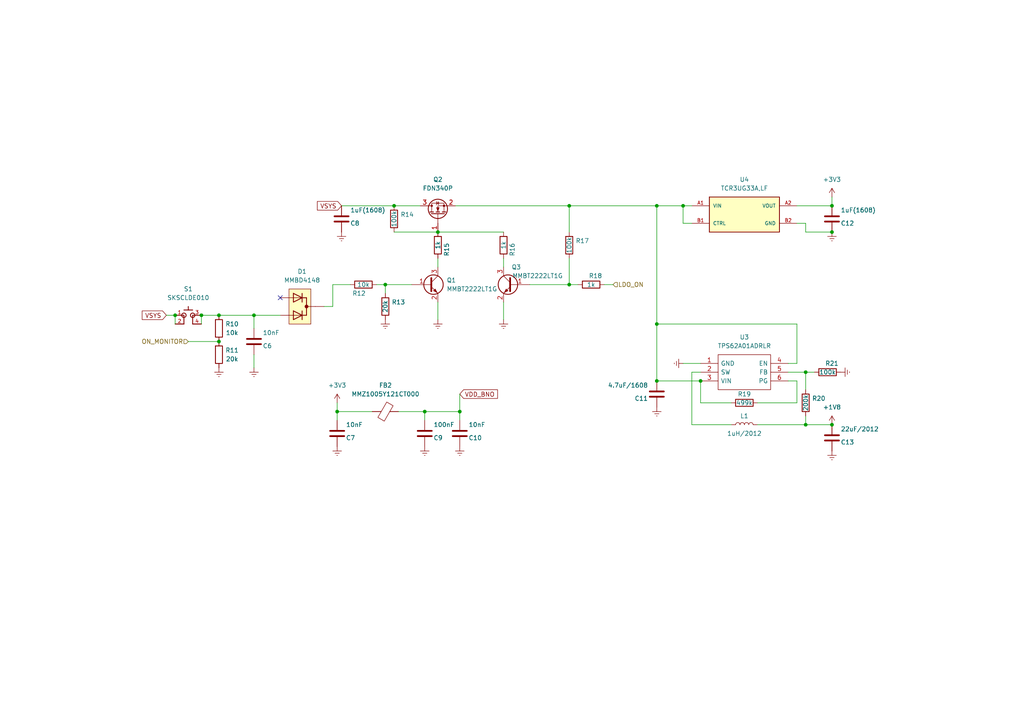
<source format=kicad_sch>
(kicad_sch (version 20211123) (generator eeschema)

  (uuid 1514925e-c052-4aef-89b3-16e774301439)

  (paper "A4")

  (title_block
    (date "2022-08-26")
  )

  (lib_symbols
    (symbol "Device:C" (pin_numbers hide) (pin_names (offset 0.254)) (in_bom yes) (on_board yes)
      (property "Reference" "C" (id 0) (at 0.635 2.54 0)
        (effects (font (size 1.27 1.27)) (justify left))
      )
      (property "Value" "C" (id 1) (at 0.635 -2.54 0)
        (effects (font (size 1.27 1.27)) (justify left))
      )
      (property "Footprint" "" (id 2) (at 0.9652 -3.81 0)
        (effects (font (size 1.27 1.27)) hide)
      )
      (property "Datasheet" "~" (id 3) (at 0 0 0)
        (effects (font (size 1.27 1.27)) hide)
      )
      (property "ki_keywords" "cap capacitor" (id 4) (at 0 0 0)
        (effects (font (size 1.27 1.27)) hide)
      )
      (property "ki_description" "Unpolarized capacitor" (id 5) (at 0 0 0)
        (effects (font (size 1.27 1.27)) hide)
      )
      (property "ki_fp_filters" "C_*" (id 6) (at 0 0 0)
        (effects (font (size 1.27 1.27)) hide)
      )
      (symbol "C_0_1"
        (polyline
          (pts
            (xy -2.032 -0.762)
            (xy 2.032 -0.762)
          )
          (stroke (width 0.508) (type default) (color 0 0 0 0))
          (fill (type none))
        )
        (polyline
          (pts
            (xy -2.032 0.762)
            (xy 2.032 0.762)
          )
          (stroke (width 0.508) (type default) (color 0 0 0 0))
          (fill (type none))
        )
      )
      (symbol "C_1_1"
        (pin passive line (at 0 3.81 270) (length 2.794)
          (name "~" (effects (font (size 1.27 1.27))))
          (number "1" (effects (font (size 1.27 1.27))))
        )
        (pin passive line (at 0 -3.81 90) (length 2.794)
          (name "~" (effects (font (size 1.27 1.27))))
          (number "2" (effects (font (size 1.27 1.27))))
        )
      )
    )
    (symbol "Device:FerriteBead" (pin_numbers hide) (pin_names (offset 0)) (in_bom yes) (on_board yes)
      (property "Reference" "FB" (id 0) (at -3.81 0.635 90)
        (effects (font (size 1.27 1.27)))
      )
      (property "Value" "FerriteBead" (id 1) (at 3.81 0 90)
        (effects (font (size 1.27 1.27)))
      )
      (property "Footprint" "" (id 2) (at -1.778 0 90)
        (effects (font (size 1.27 1.27)) hide)
      )
      (property "Datasheet" "~" (id 3) (at 0 0 0)
        (effects (font (size 1.27 1.27)) hide)
      )
      (property "ki_keywords" "L ferrite bead inductor filter" (id 4) (at 0 0 0)
        (effects (font (size 1.27 1.27)) hide)
      )
      (property "ki_description" "Ferrite bead" (id 5) (at 0 0 0)
        (effects (font (size 1.27 1.27)) hide)
      )
      (property "ki_fp_filters" "Inductor_* L_* *Ferrite*" (id 6) (at 0 0 0)
        (effects (font (size 1.27 1.27)) hide)
      )
      (symbol "FerriteBead_0_1"
        (polyline
          (pts
            (xy 0 -1.27)
            (xy 0 -1.2192)
          )
          (stroke (width 0) (type default) (color 0 0 0 0))
          (fill (type none))
        )
        (polyline
          (pts
            (xy 0 1.27)
            (xy 0 1.2954)
          )
          (stroke (width 0) (type default) (color 0 0 0 0))
          (fill (type none))
        )
        (polyline
          (pts
            (xy -2.7686 0.4064)
            (xy -1.7018 2.2606)
            (xy 2.7686 -0.3048)
            (xy 1.6764 -2.159)
            (xy -2.7686 0.4064)
          )
          (stroke (width 0) (type default) (color 0 0 0 0))
          (fill (type none))
        )
      )
      (symbol "FerriteBead_1_1"
        (pin passive line (at 0 3.81 270) (length 2.54)
          (name "~" (effects (font (size 1.27 1.27))))
          (number "1" (effects (font (size 1.27 1.27))))
        )
        (pin passive line (at 0 -3.81 90) (length 2.54)
          (name "~" (effects (font (size 1.27 1.27))))
          (number "2" (effects (font (size 1.27 1.27))))
        )
      )
    )
    (symbol "Device:L" (pin_numbers hide) (pin_names (offset 1.016) hide) (in_bom yes) (on_board yes)
      (property "Reference" "L" (id 0) (at -1.27 0 90)
        (effects (font (size 1.27 1.27)))
      )
      (property "Value" "L" (id 1) (at 1.905 0 90)
        (effects (font (size 1.27 1.27)))
      )
      (property "Footprint" "" (id 2) (at 0 0 0)
        (effects (font (size 1.27 1.27)) hide)
      )
      (property "Datasheet" "~" (id 3) (at 0 0 0)
        (effects (font (size 1.27 1.27)) hide)
      )
      (property "ki_keywords" "inductor choke coil reactor magnetic" (id 4) (at 0 0 0)
        (effects (font (size 1.27 1.27)) hide)
      )
      (property "ki_description" "Inductor" (id 5) (at 0 0 0)
        (effects (font (size 1.27 1.27)) hide)
      )
      (property "ki_fp_filters" "Choke_* *Coil* Inductor_* L_*" (id 6) (at 0 0 0)
        (effects (font (size 1.27 1.27)) hide)
      )
      (symbol "L_0_1"
        (arc (start 0 -2.54) (mid 0.635 -1.905) (end 0 -1.27)
          (stroke (width 0) (type default) (color 0 0 0 0))
          (fill (type none))
        )
        (arc (start 0 -1.27) (mid 0.635 -0.635) (end 0 0)
          (stroke (width 0) (type default) (color 0 0 0 0))
          (fill (type none))
        )
        (arc (start 0 0) (mid 0.635 0.635) (end 0 1.27)
          (stroke (width 0) (type default) (color 0 0 0 0))
          (fill (type none))
        )
        (arc (start 0 1.27) (mid 0.635 1.905) (end 0 2.54)
          (stroke (width 0) (type default) (color 0 0 0 0))
          (fill (type none))
        )
      )
      (symbol "L_1_1"
        (pin passive line (at 0 3.81 270) (length 1.27)
          (name "1" (effects (font (size 1.27 1.27))))
          (number "1" (effects (font (size 1.27 1.27))))
        )
        (pin passive line (at 0 -3.81 90) (length 1.27)
          (name "2" (effects (font (size 1.27 1.27))))
          (number "2" (effects (font (size 1.27 1.27))))
        )
      )
    )
    (symbol "Device:Q_NMOS_GSD" (pin_names (offset 0) hide) (in_bom yes) (on_board yes)
      (property "Reference" "Q" (id 0) (at 5.08 1.27 0)
        (effects (font (size 1.27 1.27)) (justify left))
      )
      (property "Value" "Q_NMOS_GSD" (id 1) (at 5.08 -1.27 0)
        (effects (font (size 1.27 1.27)) (justify left))
      )
      (property "Footprint" "" (id 2) (at 5.08 2.54 0)
        (effects (font (size 1.27 1.27)) hide)
      )
      (property "Datasheet" "~" (id 3) (at 0 0 0)
        (effects (font (size 1.27 1.27)) hide)
      )
      (property "ki_keywords" "transistor NMOS N-MOS N-MOSFET" (id 4) (at 0 0 0)
        (effects (font (size 1.27 1.27)) hide)
      )
      (property "ki_description" "N-MOSFET transistor, gate/source/drain" (id 5) (at 0 0 0)
        (effects (font (size 1.27 1.27)) hide)
      )
      (symbol "Q_NMOS_GSD_0_1"
        (polyline
          (pts
            (xy 0.254 0)
            (xy -2.54 0)
          )
          (stroke (width 0) (type default) (color 0 0 0 0))
          (fill (type none))
        )
        (polyline
          (pts
            (xy 0.254 1.905)
            (xy 0.254 -1.905)
          )
          (stroke (width 0.254) (type default) (color 0 0 0 0))
          (fill (type none))
        )
        (polyline
          (pts
            (xy 0.762 -1.27)
            (xy 0.762 -2.286)
          )
          (stroke (width 0.254) (type default) (color 0 0 0 0))
          (fill (type none))
        )
        (polyline
          (pts
            (xy 0.762 0.508)
            (xy 0.762 -0.508)
          )
          (stroke (width 0.254) (type default) (color 0 0 0 0))
          (fill (type none))
        )
        (polyline
          (pts
            (xy 0.762 2.286)
            (xy 0.762 1.27)
          )
          (stroke (width 0.254) (type default) (color 0 0 0 0))
          (fill (type none))
        )
        (polyline
          (pts
            (xy 2.54 2.54)
            (xy 2.54 1.778)
          )
          (stroke (width 0) (type default) (color 0 0 0 0))
          (fill (type none))
        )
        (polyline
          (pts
            (xy 2.54 -2.54)
            (xy 2.54 0)
            (xy 0.762 0)
          )
          (stroke (width 0) (type default) (color 0 0 0 0))
          (fill (type none))
        )
        (polyline
          (pts
            (xy 0.762 -1.778)
            (xy 3.302 -1.778)
            (xy 3.302 1.778)
            (xy 0.762 1.778)
          )
          (stroke (width 0) (type default) (color 0 0 0 0))
          (fill (type none))
        )
        (polyline
          (pts
            (xy 1.016 0)
            (xy 2.032 0.381)
            (xy 2.032 -0.381)
            (xy 1.016 0)
          )
          (stroke (width 0) (type default) (color 0 0 0 0))
          (fill (type outline))
        )
        (polyline
          (pts
            (xy 2.794 0.508)
            (xy 2.921 0.381)
            (xy 3.683 0.381)
            (xy 3.81 0.254)
          )
          (stroke (width 0) (type default) (color 0 0 0 0))
          (fill (type none))
        )
        (polyline
          (pts
            (xy 3.302 0.381)
            (xy 2.921 -0.254)
            (xy 3.683 -0.254)
            (xy 3.302 0.381)
          )
          (stroke (width 0) (type default) (color 0 0 0 0))
          (fill (type none))
        )
        (circle (center 1.651 0) (radius 2.794)
          (stroke (width 0.254) (type default) (color 0 0 0 0))
          (fill (type none))
        )
        (circle (center 2.54 -1.778) (radius 0.254)
          (stroke (width 0) (type default) (color 0 0 0 0))
          (fill (type outline))
        )
        (circle (center 2.54 1.778) (radius 0.254)
          (stroke (width 0) (type default) (color 0 0 0 0))
          (fill (type outline))
        )
      )
      (symbol "Q_NMOS_GSD_1_1"
        (pin input line (at -5.08 0 0) (length 2.54)
          (name "G" (effects (font (size 1.27 1.27))))
          (number "1" (effects (font (size 1.27 1.27))))
        )
        (pin passive line (at 2.54 -5.08 90) (length 2.54)
          (name "S" (effects (font (size 1.27 1.27))))
          (number "2" (effects (font (size 1.27 1.27))))
        )
        (pin passive line (at 2.54 5.08 270) (length 2.54)
          (name "D" (effects (font (size 1.27 1.27))))
          (number "3" (effects (font (size 1.27 1.27))))
        )
      )
    )
    (symbol "Device:Q_NPN_BEC" (pin_names (offset 0) hide) (in_bom yes) (on_board yes)
      (property "Reference" "Q" (id 0) (at 5.08 1.27 0)
        (effects (font (size 1.27 1.27)) (justify left))
      )
      (property "Value" "Q_NPN_BEC" (id 1) (at 5.08 -1.27 0)
        (effects (font (size 1.27 1.27)) (justify left))
      )
      (property "Footprint" "" (id 2) (at 5.08 2.54 0)
        (effects (font (size 1.27 1.27)) hide)
      )
      (property "Datasheet" "~" (id 3) (at 0 0 0)
        (effects (font (size 1.27 1.27)) hide)
      )
      (property "ki_keywords" "transistor NPN" (id 4) (at 0 0 0)
        (effects (font (size 1.27 1.27)) hide)
      )
      (property "ki_description" "NPN transistor, base/emitter/collector" (id 5) (at 0 0 0)
        (effects (font (size 1.27 1.27)) hide)
      )
      (symbol "Q_NPN_BEC_0_1"
        (polyline
          (pts
            (xy 0.635 0.635)
            (xy 2.54 2.54)
          )
          (stroke (width 0) (type default) (color 0 0 0 0))
          (fill (type none))
        )
        (polyline
          (pts
            (xy 0.635 -0.635)
            (xy 2.54 -2.54)
            (xy 2.54 -2.54)
          )
          (stroke (width 0) (type default) (color 0 0 0 0))
          (fill (type none))
        )
        (polyline
          (pts
            (xy 0.635 1.905)
            (xy 0.635 -1.905)
            (xy 0.635 -1.905)
          )
          (stroke (width 0.508) (type default) (color 0 0 0 0))
          (fill (type none))
        )
        (polyline
          (pts
            (xy 1.27 -1.778)
            (xy 1.778 -1.27)
            (xy 2.286 -2.286)
            (xy 1.27 -1.778)
            (xy 1.27 -1.778)
          )
          (stroke (width 0) (type default) (color 0 0 0 0))
          (fill (type outline))
        )
        (circle (center 1.27 0) (radius 2.8194)
          (stroke (width 0.254) (type default) (color 0 0 0 0))
          (fill (type none))
        )
      )
      (symbol "Q_NPN_BEC_1_1"
        (pin input line (at -5.08 0 0) (length 5.715)
          (name "B" (effects (font (size 1.27 1.27))))
          (number "1" (effects (font (size 1.27 1.27))))
        )
        (pin passive line (at 2.54 -5.08 90) (length 2.54)
          (name "E" (effects (font (size 1.27 1.27))))
          (number "2" (effects (font (size 1.27 1.27))))
        )
        (pin passive line (at 2.54 5.08 270) (length 2.54)
          (name "C" (effects (font (size 1.27 1.27))))
          (number "3" (effects (font (size 1.27 1.27))))
        )
      )
    )
    (symbol "Device:R" (pin_numbers hide) (pin_names (offset 0)) (in_bom yes) (on_board yes)
      (property "Reference" "R" (id 0) (at 2.032 0 90)
        (effects (font (size 1.27 1.27)))
      )
      (property "Value" "R" (id 1) (at 0 0 90)
        (effects (font (size 1.27 1.27)))
      )
      (property "Footprint" "" (id 2) (at -1.778 0 90)
        (effects (font (size 1.27 1.27)) hide)
      )
      (property "Datasheet" "~" (id 3) (at 0 0 0)
        (effects (font (size 1.27 1.27)) hide)
      )
      (property "ki_keywords" "R res resistor" (id 4) (at 0 0 0)
        (effects (font (size 1.27 1.27)) hide)
      )
      (property "ki_description" "Resistor" (id 5) (at 0 0 0)
        (effects (font (size 1.27 1.27)) hide)
      )
      (property "ki_fp_filters" "R_*" (id 6) (at 0 0 0)
        (effects (font (size 1.27 1.27)) hide)
      )
      (symbol "R_0_1"
        (rectangle (start -1.016 -2.54) (end 1.016 2.54)
          (stroke (width 0.254) (type default) (color 0 0 0 0))
          (fill (type none))
        )
      )
      (symbol "R_1_1"
        (pin passive line (at 0 3.81 270) (length 1.27)
          (name "~" (effects (font (size 1.27 1.27))))
          (number "1" (effects (font (size 1.27 1.27))))
        )
        (pin passive line (at 0 -3.81 90) (length 1.27)
          (name "~" (effects (font (size 1.27 1.27))))
          (number "2" (effects (font (size 1.27 1.27))))
        )
      )
    )
    (symbol "MMBD4148:MMBD4148" (pin_numbers hide) (pin_names (offset 1.016) hide) (in_bom yes) (on_board yes)
      (property "Reference" "D" (id 0) (at 2.032 2.0066 0)
        (effects (font (size 1.27 1.27)) (justify left bottom))
      )
      (property "Value" "MMBD4148" (id 1) (at 4.064 -7.2898 0)
        (effects (font (size 1.27 1.27)) (justify left bottom))
      )
      (property "Footprint" "SOT23" (id 2) (at 0 0 0)
        (effects (font (size 1.27 1.27)) (justify left bottom) hide)
      )
      (property "Datasheet" "" (id 3) (at 0 0 0)
        (effects (font (size 1.27 1.27)) (justify left bottom) hide)
      )
      (property "ki_locked" "" (id 4) (at 0 0 0)
        (effects (font (size 1.27 1.27)))
      )
      (symbol "MMBD4148_0_0"
        (rectangle (start -5.08 -5.08) (end 5.08 1.27)
          (stroke (width 0.1524) (type default) (color 0 0 0 0))
          (fill (type background))
        )
        (polyline
          (pts
            (xy -3.81 -1.27)
            (xy -2.54 -1.27)
          )
          (stroke (width 0.254) (type default) (color 0 0 0 0))
          (fill (type none))
        )
        (polyline
          (pts
            (xy -2.54 -1.27)
            (xy -2.54 -5.08)
          )
          (stroke (width 0.1524) (type default) (color 0 0 0 0))
          (fill (type none))
        )
        (polyline
          (pts
            (xy -2.54 -1.27)
            (xy -2.54 0)
          )
          (stroke (width 0.254) (type default) (color 0 0 0 0))
          (fill (type none))
        )
        (polyline
          (pts
            (xy -2.54 -1.27)
            (xy -1.27 -1.27)
          )
          (stroke (width 0.254) (type default) (color 0 0 0 0))
          (fill (type none))
        )
        (polyline
          (pts
            (xy -2.54 0)
            (xy 0 0)
          )
          (stroke (width 0.254) (type default) (color 0 0 0 0))
          (fill (type none))
        )
        (polyline
          (pts
            (xy 0 0)
            (xy 0 2.54)
          )
          (stroke (width 0.1524) (type default) (color 0 0 0 0))
          (fill (type none))
        )
        (polyline
          (pts
            (xy 0 0)
            (xy 2.54 0)
          )
          (stroke (width 0.254) (type default) (color 0 0 0 0))
          (fill (type none))
        )
        (polyline
          (pts
            (xy 1.27 -1.27)
            (xy 2.54 -1.27)
          )
          (stroke (width 0.254) (type default) (color 0 0 0 0))
          (fill (type none))
        )
        (polyline
          (pts
            (xy 2.54 -1.27)
            (xy 2.54 -5.08)
          )
          (stroke (width 0.1524) (type default) (color 0 0 0 0))
          (fill (type none))
        )
        (polyline
          (pts
            (xy 2.54 -1.27)
            (xy 3.81 -1.27)
          )
          (stroke (width 0.254) (type default) (color 0 0 0 0))
          (fill (type none))
        )
        (polyline
          (pts
            (xy 2.54 0)
            (xy 2.54 -1.27)
          )
          (stroke (width 0.254) (type default) (color 0 0 0 0))
          (fill (type none))
        )
        (polyline
          (pts
            (xy -3.81 -3.81)
            (xy -1.27 -3.81)
            (xy -2.54 -1.27)
            (xy -3.81 -3.81)
          )
          (stroke (width 0.254) (type default) (color 0 0 0 0))
          (fill (type background))
        )
        (polyline
          (pts
            (xy 1.27 -3.81)
            (xy 3.81 -3.81)
            (xy 2.54 -1.27)
            (xy 1.27 -3.81)
          )
          (stroke (width 0.254) (type default) (color 0 0 0 0))
          (fill (type background))
        )
        (circle (center 0 0) (radius 0.127)
          (stroke (width 0.4064) (type default) (color 0 0 0 0))
          (fill (type none))
        )
        (pin passive line (at -2.54 -7.62 90) (length 2.54)
          (name "~" (effects (font (size 1.016 1.016))))
          (number "1" (effects (font (size 1.016 1.016))))
        )
        (pin passive line (at 2.54 -7.62 90) (length 2.54)
          (name "~" (effects (font (size 1.016 1.016))))
          (number "2" (effects (font (size 1.016 1.016))))
        )
        (pin passive line (at 0 5.08 270) (length 2.54)
          (name "~" (effects (font (size 1.016 1.016))))
          (number "3" (effects (font (size 1.016 1.016))))
        )
      )
    )
    (symbol "SKSCLDE010:SKSCLDE010" (pin_names (offset 1.016) hide) (in_bom yes) (on_board yes)
      (property "Reference" "B" (id 0) (at -5.08 3.81 0)
        (effects (font (size 1.27 1.27)) (justify left bottom))
      )
      (property "Value" "SKSCLDE010" (id 1) (at -5.08 -5.08 0)
        (effects (font (size 1.27 1.27)) (justify left bottom))
      )
      (property "Footprint" "SKSCLDE010" (id 2) (at 0 0 0)
        (effects (font (size 1.27 1.27)) (justify left bottom) hide)
      )
      (property "Datasheet" "" (id 3) (at 0 0 0)
        (effects (font (size 1.27 1.27)) (justify left bottom) hide)
      )
      (property "ki_locked" "" (id 4) (at 0 0 0)
        (effects (font (size 1.27 1.27)))
      )
      (symbol "SKSCLDE010_0_0"
        (circle (center -2.54 0) (radius 0.635)
          (stroke (width 0.254) (type default) (color 0 0 0 0))
          (fill (type none))
        )
        (polyline
          (pts
            (xy -5.08 0)
            (xy -2.54 0)
          )
          (stroke (width 0.254) (type default) (color 0 0 0 0))
          (fill (type none))
        )
        (polyline
          (pts
            (xy -2.54 -2.54)
            (xy -5.08 -2.54)
          )
          (stroke (width 0.254) (type default) (color 0 0 0 0))
          (fill (type none))
        )
        (polyline
          (pts
            (xy -2.54 0)
            (xy -2.54 -2.54)
          )
          (stroke (width 0.254) (type default) (color 0 0 0 0))
          (fill (type none))
        )
        (polyline
          (pts
            (xy -2.54 1.524)
            (xy -1.27 1.524)
          )
          (stroke (width 0.254) (type default) (color 0 0 0 0))
          (fill (type none))
        )
        (polyline
          (pts
            (xy -1.27 1.524)
            (xy -1.27 2.54)
          )
          (stroke (width 0.254) (type default) (color 0 0 0 0))
          (fill (type none))
        )
        (polyline
          (pts
            (xy -1.27 1.524)
            (xy 0 1.524)
          )
          (stroke (width 0.254) (type default) (color 0 0 0 0))
          (fill (type none))
        )
        (polyline
          (pts
            (xy 0 -2.54)
            (xy 2.54 -2.54)
          )
          (stroke (width 0.254) (type default) (color 0 0 0 0))
          (fill (type none))
        )
        (polyline
          (pts
            (xy 0 0)
            (xy 0 -2.54)
          )
          (stroke (width 0.254) (type default) (color 0 0 0 0))
          (fill (type none))
        )
        (polyline
          (pts
            (xy 2.54 0)
            (xy 0 0)
          )
          (stroke (width 0.254) (type default) (color 0 0 0 0))
          (fill (type none))
        )
        (circle (center 0 0) (radius 0.635)
          (stroke (width 0.254) (type default) (color 0 0 0 0))
          (fill (type none))
        )
        (pin bidirectional line (at -5.08 0 0) (length 2.54)
          (name "~" (effects (font (size 1.016 1.016))))
          (number "1" (effects (font (size 1.016 1.016))))
        )
        (pin bidirectional line (at -5.08 -2.54 0) (length 2.54)
          (name "~" (effects (font (size 1.016 1.016))))
          (number "2" (effects (font (size 1.016 1.016))))
        )
        (pin bidirectional line (at 2.54 0 180) (length 2.54)
          (name "~" (effects (font (size 1.016 1.016))))
          (number "3" (effects (font (size 1.016 1.016))))
        )
        (pin bidirectional line (at 2.54 -2.54 180) (length 2.54)
          (name "~" (effects (font (size 1.016 1.016))))
          (number "4" (effects (font (size 1.016 1.016))))
        )
      )
    )
    (symbol "TCR3UG33A_LF:TCR3UG33A,LF" (pin_names (offset 1.016)) (in_bom yes) (on_board yes)
      (property "Reference" "U" (id 0) (at -10.16 5.969 0)
        (effects (font (size 1.27 1.27)) (justify left bottom))
      )
      (property "Value" "TCR3UG33A,LF" (id 1) (at -10.16 -7.62 0)
        (effects (font (size 1.27 1.27)) (justify left bottom))
      )
      (property "Footprint" "BGA4N35P2X2_64X64X33" (id 2) (at 0 0 0)
        (effects (font (size 1.27 1.27)) (justify left bottom) hide)
      )
      (property "Datasheet" "" (id 3) (at 0 0 0)
        (effects (font (size 1.27 1.27)) (justify left bottom) hide)
      )
      (property "MANUFACTURER" "Toshiba" (id 4) (at 0 0 0)
        (effects (font (size 1.27 1.27)) (justify left bottom) hide)
      )
      (property "STANDARD" "IPC 7351B" (id 5) (at 0 0 0)
        (effects (font (size 1.27 1.27)) (justify left bottom) hide)
      )
      (property "PARTREV" "2021-10-28" (id 6) (at 0 0 0)
        (effects (font (size 1.27 1.27)) (justify left bottom) hide)
      )
      (property "MAXIMUM_PACKAGE_HEIGHT" "0.33mm" (id 7) (at 0 0 0)
        (effects (font (size 1.27 1.27)) (justify left bottom) hide)
      )
      (property "ki_locked" "" (id 8) (at 0 0 0)
        (effects (font (size 1.27 1.27)))
      )
      (symbol "TCR3UG33A,LF_0_0"
        (rectangle (start -10.16 -5.08) (end 10.16 5.08)
          (stroke (width 0.254) (type default) (color 0 0 0 0))
          (fill (type background))
        )
        (pin input line (at -15.24 2.54 0) (length 5.08)
          (name "VIN" (effects (font (size 1.016 1.016))))
          (number "A1" (effects (font (size 1.016 1.016))))
        )
        (pin output line (at 15.24 2.54 180) (length 5.08)
          (name "VOUT" (effects (font (size 1.016 1.016))))
          (number "A2" (effects (font (size 1.016 1.016))))
        )
        (pin input line (at -15.24 -2.54 0) (length 5.08)
          (name "CTRL" (effects (font (size 1.016 1.016))))
          (number "B1" (effects (font (size 1.016 1.016))))
        )
        (pin power_in line (at 15.24 -2.54 180) (length 5.08)
          (name "GND" (effects (font (size 1.016 1.016))))
          (number "B2" (effects (font (size 1.016 1.016))))
        )
      )
    )
    (symbol "TPS62A01ADRLR:TPS62A01ADRLR" (pin_names (offset 0.762)) (in_bom yes) (on_board yes)
      (property "Reference" "IC" (id 0) (at 21.59 7.62 0)
        (effects (font (size 1.27 1.27)) (justify left))
      )
      (property "Value" "TPS62A01ADRLR" (id 1) (at 21.59 5.08 0)
        (effects (font (size 1.27 1.27)) (justify left))
      )
      (property "Footprint" "SOTFL50P160X60-6N" (id 2) (at 21.59 2.54 0)
        (effects (font (size 1.27 1.27)) (justify left) hide)
      )
      (property "Datasheet" "" (id 3) (at 21.59 0 0)
        (effects (font (size 1.27 1.27)) (justify left) hide)
      )
      (property "Description" "Switching Voltage Regulators 2.5-V to 5.5-V input, 1-A high-efficiency step-down converter with forced PWM in SOT-563 package" (id 4) (at 21.59 -2.54 0)
        (effects (font (size 1.27 1.27)) (justify left) hide)
      )
      (property "Height" "0.6" (id 5) (at 21.59 -5.08 0)
        (effects (font (size 1.27 1.27)) (justify left) hide)
      )
      (property "Mouser Part Number" "595-TPS62A01ADRLR" (id 6) (at 21.59 -7.62 0)
        (effects (font (size 1.27 1.27)) (justify left) hide)
      )
      (property "Mouser Price/Stock" "https://www.mouser.co.uk/ProductDetail/Texas-Instruments/TPS62A01ADRLR?qs=tlsG%2FOw5FFjxQ1CGo801Kw%3D%3D" (id 7) (at 21.59 -10.16 0)
        (effects (font (size 1.27 1.27)) (justify left) hide)
      )
      (property "Manufacturer_Name" "Texas Instruments" (id 8) (at 21.59 -12.7 0)
        (effects (font (size 1.27 1.27)) (justify left) hide)
      )
      (property "Manufacturer_Part_Number" "TPS62A01ADRLR" (id 9) (at 21.59 -15.24 0)
        (effects (font (size 1.27 1.27)) (justify left) hide)
      )
      (symbol "TPS62A01ADRLR_0_0"
        (pin passive line (at 0 0 0) (length 5.08)
          (name "GND" (effects (font (size 1.27 1.27))))
          (number "1" (effects (font (size 1.27 1.27))))
        )
        (pin passive line (at 0 -2.54 0) (length 5.08)
          (name "SW" (effects (font (size 1.27 1.27))))
          (number "2" (effects (font (size 1.27 1.27))))
        )
        (pin passive line (at 0 -5.08 0) (length 5.08)
          (name "VIN" (effects (font (size 1.27 1.27))))
          (number "3" (effects (font (size 1.27 1.27))))
        )
        (pin passive line (at 25.4 0 180) (length 5.08)
          (name "EN" (effects (font (size 1.27 1.27))))
          (number "4" (effects (font (size 1.27 1.27))))
        )
        (pin passive line (at 25.4 -2.54 180) (length 5.08)
          (name "FB" (effects (font (size 1.27 1.27))))
          (number "5" (effects (font (size 1.27 1.27))))
        )
        (pin passive line (at 25.4 -5.08 180) (length 5.08)
          (name "PG" (effects (font (size 1.27 1.27))))
          (number "6" (effects (font (size 1.27 1.27))))
        )
      )
      (symbol "TPS62A01ADRLR_0_1"
        (polyline
          (pts
            (xy 5.08 2.54)
            (xy 20.32 2.54)
            (xy 20.32 -7.62)
            (xy 5.08 -7.62)
            (xy 5.08 2.54)
          )
          (stroke (width 0.1524) (type default) (color 0 0 0 0))
          (fill (type none))
        )
      )
    )
    (symbol "power:+1V8" (power) (pin_names (offset 0)) (in_bom yes) (on_board yes)
      (property "Reference" "#PWR" (id 0) (at 0 -3.81 0)
        (effects (font (size 1.27 1.27)) hide)
      )
      (property "Value" "+1V8" (id 1) (at 0 3.556 0)
        (effects (font (size 1.27 1.27)))
      )
      (property "Footprint" "" (id 2) (at 0 0 0)
        (effects (font (size 1.27 1.27)) hide)
      )
      (property "Datasheet" "" (id 3) (at 0 0 0)
        (effects (font (size 1.27 1.27)) hide)
      )
      (property "ki_keywords" "power-flag" (id 4) (at 0 0 0)
        (effects (font (size 1.27 1.27)) hide)
      )
      (property "ki_description" "Power symbol creates a global label with name \"+1V8\"" (id 5) (at 0 0 0)
        (effects (font (size 1.27 1.27)) hide)
      )
      (symbol "+1V8_0_1"
        (polyline
          (pts
            (xy -0.762 1.27)
            (xy 0 2.54)
          )
          (stroke (width 0) (type default) (color 0 0 0 0))
          (fill (type none))
        )
        (polyline
          (pts
            (xy 0 0)
            (xy 0 2.54)
          )
          (stroke (width 0) (type default) (color 0 0 0 0))
          (fill (type none))
        )
        (polyline
          (pts
            (xy 0 2.54)
            (xy 0.762 1.27)
          )
          (stroke (width 0) (type default) (color 0 0 0 0))
          (fill (type none))
        )
      )
      (symbol "+1V8_1_1"
        (pin power_in line (at 0 0 90) (length 0) hide
          (name "+1V8" (effects (font (size 1.27 1.27))))
          (number "1" (effects (font (size 1.27 1.27))))
        )
      )
    )
    (symbol "power:+3V3" (power) (pin_names (offset 0)) (in_bom yes) (on_board yes)
      (property "Reference" "#PWR" (id 0) (at 0 -3.81 0)
        (effects (font (size 1.27 1.27)) hide)
      )
      (property "Value" "+3V3" (id 1) (at 0 3.556 0)
        (effects (font (size 1.27 1.27)))
      )
      (property "Footprint" "" (id 2) (at 0 0 0)
        (effects (font (size 1.27 1.27)) hide)
      )
      (property "Datasheet" "" (id 3) (at 0 0 0)
        (effects (font (size 1.27 1.27)) hide)
      )
      (property "ki_keywords" "power-flag" (id 4) (at 0 0 0)
        (effects (font (size 1.27 1.27)) hide)
      )
      (property "ki_description" "Power symbol creates a global label with name \"+3V3\"" (id 5) (at 0 0 0)
        (effects (font (size 1.27 1.27)) hide)
      )
      (symbol "+3V3_0_1"
        (polyline
          (pts
            (xy -0.762 1.27)
            (xy 0 2.54)
          )
          (stroke (width 0) (type default) (color 0 0 0 0))
          (fill (type none))
        )
        (polyline
          (pts
            (xy 0 0)
            (xy 0 2.54)
          )
          (stroke (width 0) (type default) (color 0 0 0 0))
          (fill (type none))
        )
        (polyline
          (pts
            (xy 0 2.54)
            (xy 0.762 1.27)
          )
          (stroke (width 0) (type default) (color 0 0 0 0))
          (fill (type none))
        )
      )
      (symbol "+3V3_1_1"
        (pin power_in line (at 0 0 90) (length 0) hide
          (name "+3V3" (effects (font (size 1.27 1.27))))
          (number "1" (effects (font (size 1.27 1.27))))
        )
      )
    )
    (symbol "power:Earth" (power) (pin_names (offset 0)) (in_bom yes) (on_board yes)
      (property "Reference" "#PWR" (id 0) (at 0 -6.35 0)
        (effects (font (size 1.27 1.27)) hide)
      )
      (property "Value" "Earth" (id 1) (at 0 -3.81 0)
        (effects (font (size 1.27 1.27)) hide)
      )
      (property "Footprint" "" (id 2) (at 0 0 0)
        (effects (font (size 1.27 1.27)) hide)
      )
      (property "Datasheet" "~" (id 3) (at 0 0 0)
        (effects (font (size 1.27 1.27)) hide)
      )
      (property "ki_keywords" "power-flag ground gnd" (id 4) (at 0 0 0)
        (effects (font (size 1.27 1.27)) hide)
      )
      (property "ki_description" "Power symbol creates a global label with name \"Earth\"" (id 5) (at 0 0 0)
        (effects (font (size 1.27 1.27)) hide)
      )
      (symbol "Earth_0_1"
        (polyline
          (pts
            (xy -0.635 -1.905)
            (xy 0.635 -1.905)
          )
          (stroke (width 0) (type default) (color 0 0 0 0))
          (fill (type none))
        )
        (polyline
          (pts
            (xy -0.127 -2.54)
            (xy 0.127 -2.54)
          )
          (stroke (width 0) (type default) (color 0 0 0 0))
          (fill (type none))
        )
        (polyline
          (pts
            (xy 0 -1.27)
            (xy 0 0)
          )
          (stroke (width 0) (type default) (color 0 0 0 0))
          (fill (type none))
        )
        (polyline
          (pts
            (xy 1.27 -1.27)
            (xy -1.27 -1.27)
          )
          (stroke (width 0) (type default) (color 0 0 0 0))
          (fill (type none))
        )
      )
      (symbol "Earth_1_1"
        (pin power_in line (at 0 0 270) (length 0) hide
          (name "Earth" (effects (font (size 1.27 1.27))))
          (number "1" (effects (font (size 1.27 1.27))))
        )
      )
    )
  )

  (junction (at 165.1 59.69) (diameter 0) (color 0 0 0 0)
    (uuid 2ddf0e5c-98ac-454d-93fa-74cc573d4b70)
  )
  (junction (at 127 67.31) (diameter 0) (color 0 0 0 0)
    (uuid 2f003e19-f3bd-42cc-b324-b07f63d15e9f)
  )
  (junction (at 97.79 119.38) (diameter 0) (color 0 0 0 0)
    (uuid 35ea2bf9-bd64-400c-b2f7-d9b6d869e484)
  )
  (junction (at 190.5 110.49) (diameter 0) (color 0 0 0 0)
    (uuid 42c7afef-8b7f-4c2e-bfe1-14fd3fe2367d)
  )
  (junction (at 58.42 91.44) (diameter 0) (color 0 0 0 0)
    (uuid 44a8b37c-24f9-432e-b5b5-9ad28b394bfa)
  )
  (junction (at 233.68 107.95) (diameter 0) (color 0 0 0 0)
    (uuid 4cece701-42ae-44ee-9e13-b546ff0cf27b)
  )
  (junction (at 241.3 123.19) (diameter 0) (color 0 0 0 0)
    (uuid 4de15ffb-3ee7-4b8f-9b17-3e6b36e35378)
  )
  (junction (at 123.19 119.38) (diameter 0) (color 0 0 0 0)
    (uuid 694884a5-ddda-4b99-bb2d-8dd9c3c6aca4)
  )
  (junction (at 114.3 59.69) (diameter 0) (color 0 0 0 0)
    (uuid 796b188e-8ee5-4bd2-842c-38f221cc4bce)
  )
  (junction (at 233.68 123.19) (diameter 0) (color 0 0 0 0)
    (uuid 88e5771e-15b3-4e74-9563-4acc1bd949ee)
  )
  (junction (at 190.5 93.98) (diameter 0) (color 0 0 0 0)
    (uuid 963f9525-23df-41b9-b41a-e71ddd17f3fb)
  )
  (junction (at 63.5 91.44) (diameter 0) (color 0 0 0 0)
    (uuid b2c4f068-2214-49f8-8479-c7f02e4846b3)
  )
  (junction (at 63.5 99.06) (diameter 0) (color 0 0 0 0)
    (uuid ba3b727f-feb1-4950-9b6a-a2a14b2f064c)
  )
  (junction (at 203.2 110.49) (diameter 0) (color 0 0 0 0)
    (uuid c579c00a-a59c-4512-a395-9d476931ccd0)
  )
  (junction (at 133.35 119.38) (diameter 0) (color 0 0 0 0)
    (uuid c5cda09d-2a10-40b0-8223-3ba30c724171)
  )
  (junction (at 165.1 82.55) (diameter 0) (color 0 0 0 0)
    (uuid c80426d3-34ff-4adf-ab9c-19f9e7737c59)
  )
  (junction (at 50.8 91.44) (diameter 0) (color 0 0 0 0)
    (uuid dafb20c1-3cdd-4fa6-8d1e-e88a1b8e51e0)
  )
  (junction (at 73.66 91.44) (diameter 0) (color 0 0 0 0)
    (uuid dd6c211c-6af5-4678-830f-26989c10ff1a)
  )
  (junction (at 190.5 59.69) (diameter 0) (color 0 0 0 0)
    (uuid e400be9a-7672-4f15-9304-57358a36b4f1)
  )
  (junction (at 241.3 59.69) (diameter 0) (color 0 0 0 0)
    (uuid edeaceb9-d4f3-49dd-91ce-35ce36f1681b)
  )
  (junction (at 111.76 82.55) (diameter 0) (color 0 0 0 0)
    (uuid f0a3aaf0-a924-489e-9aa1-b37ff7fc1c4a)
  )
  (junction (at 241.3 67.31) (diameter 0) (color 0 0 0 0)
    (uuid f52de9ca-f6d9-479e-8d4c-930a12355d0d)
  )
  (junction (at 198.12 59.69) (diameter 0) (color 0 0 0 0)
    (uuid f70046a8-a3bd-4d30-86cb-9471f2994980)
  )

  (no_connect (at 81.28 86.36) (uuid ec5f3fc5-46fc-486f-82f4-d2927b5590fb))

  (wire (pts (xy 96.52 82.55) (xy 96.52 88.9))
    (stroke (width 0) (type default) (color 0 0 0 0))
    (uuid 04b0c6e2-de9d-41a5-99b3-f46f9d220548)
  )
  (wire (pts (xy 97.79 119.38) (xy 97.79 121.92))
    (stroke (width 0) (type default) (color 0 0 0 0))
    (uuid 04baa2ab-3723-4415-9a1e-73fd253683a4)
  )
  (wire (pts (xy 198.12 59.69) (xy 200.66 59.69))
    (stroke (width 0) (type default) (color 0 0 0 0))
    (uuid 0a1fec0f-a961-46b0-92b3-40579ba2177f)
  )
  (wire (pts (xy 231.14 59.69) (xy 241.3 59.69))
    (stroke (width 0) (type default) (color 0 0 0 0))
    (uuid 0abd8e70-8e10-4c41-b9ca-acaea66ec6c3)
  )
  (wire (pts (xy 190.5 59.69) (xy 190.5 93.98))
    (stroke (width 0) (type default) (color 0 0 0 0))
    (uuid 10d417b2-06ee-42cb-a2e7-4aee99302592)
  )
  (wire (pts (xy 127 67.31) (xy 146.05 67.31))
    (stroke (width 0) (type default) (color 0 0 0 0))
    (uuid 116d7e65-4fd2-487f-a037-3a81c378dd28)
  )
  (wire (pts (xy 146.05 87.63) (xy 146.05 92.71))
    (stroke (width 0) (type default) (color 0 0 0 0))
    (uuid 122abe72-0895-4989-8301-f3172a57b0c7)
  )
  (wire (pts (xy 241.3 57.15) (xy 241.3 59.69))
    (stroke (width 0) (type default) (color 0 0 0 0))
    (uuid 1bde1853-d2cd-49b8-a1f9-6036e31c9db9)
  )
  (wire (pts (xy 97.79 116.84) (xy 97.79 119.38))
    (stroke (width 0) (type default) (color 0 0 0 0))
    (uuid 1c08bca7-d18b-4dba-981a-f45248e9542b)
  )
  (wire (pts (xy 133.35 114.3) (xy 133.35 119.38))
    (stroke (width 0) (type default) (color 0 0 0 0))
    (uuid 1eefaa86-56d3-4b86-8aa5-76aea73ffdf8)
  )
  (wire (pts (xy 73.66 95.25) (xy 73.66 91.44))
    (stroke (width 0) (type default) (color 0 0 0 0))
    (uuid 20f7055d-5c64-4e30-958f-17d360d9bcbc)
  )
  (wire (pts (xy 233.68 107.95) (xy 236.22 107.95))
    (stroke (width 0) (type default) (color 0 0 0 0))
    (uuid 26fb2386-0a70-4c30-964e-d1caedb3ffbe)
  )
  (wire (pts (xy 200.66 107.95) (xy 200.66 123.19))
    (stroke (width 0) (type default) (color 0 0 0 0))
    (uuid 2c0d5d01-f91f-493f-9135-04ffa0346d0a)
  )
  (wire (pts (xy 165.1 82.55) (xy 153.67 82.55))
    (stroke (width 0) (type default) (color 0 0 0 0))
    (uuid 2c3d5766-1dbe-4f2d-8e0d-c25535d7aa10)
  )
  (wire (pts (xy 132.08 59.69) (xy 165.1 59.69))
    (stroke (width 0) (type default) (color 0 0 0 0))
    (uuid 37d25d84-eded-4048-8d88-6c4f5747431d)
  )
  (wire (pts (xy 97.79 119.38) (xy 107.95 119.38))
    (stroke (width 0) (type default) (color 0 0 0 0))
    (uuid 385b0f38-c8b2-4aeb-bf56-8eb3dab105ac)
  )
  (wire (pts (xy 231.14 116.84) (xy 231.14 110.49))
    (stroke (width 0) (type default) (color 0 0 0 0))
    (uuid 39586d90-552d-4a67-8fc0-fdaf6cde5629)
  )
  (wire (pts (xy 48.26 91.44) (xy 50.8 91.44))
    (stroke (width 0) (type default) (color 0 0 0 0))
    (uuid 3b371ab5-d9b6-4802-a44f-491c15f97239)
  )
  (wire (pts (xy 233.68 123.19) (xy 219.71 123.19))
    (stroke (width 0) (type default) (color 0 0 0 0))
    (uuid 3ed9c2af-26b2-4484-9bf8-a77cc8a8888d)
  )
  (wire (pts (xy 212.09 116.84) (xy 203.2 116.84))
    (stroke (width 0) (type default) (color 0 0 0 0))
    (uuid 44090c69-860e-4559-9b84-7db0b8884541)
  )
  (wire (pts (xy 190.5 59.69) (xy 198.12 59.69))
    (stroke (width 0) (type default) (color 0 0 0 0))
    (uuid 444ae216-ef8a-4ef6-a5c2-f7184728dd00)
  )
  (wire (pts (xy 123.19 121.92) (xy 123.19 119.38))
    (stroke (width 0) (type default) (color 0 0 0 0))
    (uuid 461c1fb2-aedd-43be-8018-0551a58cbe2e)
  )
  (wire (pts (xy 231.14 110.49) (xy 228.6 110.49))
    (stroke (width 0) (type default) (color 0 0 0 0))
    (uuid 4b102a89-8214-4915-8cb1-239b46aee0aa)
  )
  (wire (pts (xy 231.14 105.41) (xy 228.6 105.41))
    (stroke (width 0) (type default) (color 0 0 0 0))
    (uuid 4c7527b7-0f52-4342-8473-1d5c3a2c4504)
  )
  (wire (pts (xy 175.26 82.55) (xy 177.8 82.55))
    (stroke (width 0) (type default) (color 0 0 0 0))
    (uuid 53adfcc9-4d62-4d18-a257-dfcc8509f17b)
  )
  (wire (pts (xy 198.12 64.77) (xy 198.12 59.69))
    (stroke (width 0) (type default) (color 0 0 0 0))
    (uuid 56a6d2ac-d03c-4530-ae68-7f8d674f12a1)
  )
  (wire (pts (xy 233.68 123.19) (xy 241.3 123.19))
    (stroke (width 0) (type default) (color 0 0 0 0))
    (uuid 59b5bb07-ae38-4de3-86be-9a6988923f65)
  )
  (wire (pts (xy 58.42 91.44) (xy 58.42 93.98))
    (stroke (width 0) (type default) (color 0 0 0 0))
    (uuid 602ead32-c6fc-4905-9afd-e5b64b43dd79)
  )
  (wire (pts (xy 233.68 67.31) (xy 233.68 64.77))
    (stroke (width 0) (type default) (color 0 0 0 0))
    (uuid 61c08c61-66a4-4dcb-9f99-28081148850a)
  )
  (wire (pts (xy 233.68 107.95) (xy 233.68 113.03))
    (stroke (width 0) (type default) (color 0 0 0 0))
    (uuid 633f7588-b0a7-4ee5-9a84-3ce0fa624845)
  )
  (wire (pts (xy 73.66 102.87) (xy 73.66 106.68))
    (stroke (width 0) (type default) (color 0 0 0 0))
    (uuid 65ad0ddc-a9be-428c-a07b-b7d3da690645)
  )
  (wire (pts (xy 190.5 93.98) (xy 190.5 110.49))
    (stroke (width 0) (type default) (color 0 0 0 0))
    (uuid 673265dd-d1eb-4a93-9f07-3b5da50a1b27)
  )
  (wire (pts (xy 203.2 116.84) (xy 203.2 110.49))
    (stroke (width 0) (type default) (color 0 0 0 0))
    (uuid 71a2ad0c-e8dd-447a-9cf5-be22a617d59a)
  )
  (wire (pts (xy 73.66 91.44) (xy 81.28 91.44))
    (stroke (width 0) (type default) (color 0 0 0 0))
    (uuid 76b3566e-ea76-46f4-a54c-a7cc016d508b)
  )
  (wire (pts (xy 101.6 82.55) (xy 96.52 82.55))
    (stroke (width 0) (type default) (color 0 0 0 0))
    (uuid 847ecf1c-e471-419d-a63c-62e05c31c186)
  )
  (wire (pts (xy 165.1 59.69) (xy 165.1 67.31))
    (stroke (width 0) (type default) (color 0 0 0 0))
    (uuid 8be0cc32-2758-453f-83a0-6120203ed227)
  )
  (wire (pts (xy 54.61 99.06) (xy 63.5 99.06))
    (stroke (width 0) (type default) (color 0 0 0 0))
    (uuid 91c8461f-022b-40dd-9cca-84e5b5d8d711)
  )
  (wire (pts (xy 231.14 105.41) (xy 231.14 93.98))
    (stroke (width 0) (type default) (color 0 0 0 0))
    (uuid 996bf5ff-aa86-4b75-9990-41cdcaff202e)
  )
  (wire (pts (xy 114.3 59.69) (xy 121.92 59.69))
    (stroke (width 0) (type default) (color 0 0 0 0))
    (uuid 9a95c5dd-c673-439a-931a-ccefe907921d)
  )
  (wire (pts (xy 115.57 119.38) (xy 123.19 119.38))
    (stroke (width 0) (type default) (color 0 0 0 0))
    (uuid 9cd2a4ba-3b77-4467-b188-c2a0dc3121e1)
  )
  (wire (pts (xy 165.1 74.93) (xy 165.1 82.55))
    (stroke (width 0) (type default) (color 0 0 0 0))
    (uuid 9d33a768-7427-4af1-b58d-a73632beb1cc)
  )
  (wire (pts (xy 200.66 64.77) (xy 198.12 64.77))
    (stroke (width 0) (type default) (color 0 0 0 0))
    (uuid 9db4b291-3b2f-417e-973d-68bc1511d734)
  )
  (wire (pts (xy 114.3 67.31) (xy 127 67.31))
    (stroke (width 0) (type default) (color 0 0 0 0))
    (uuid 9ec4f364-6552-4f9d-8695-a15d30a0f2b0)
  )
  (wire (pts (xy 165.1 82.55) (xy 167.64 82.55))
    (stroke (width 0) (type default) (color 0 0 0 0))
    (uuid a0745121-91d7-4995-b74a-0457755dd9ae)
  )
  (wire (pts (xy 109.22 82.55) (xy 111.76 82.55))
    (stroke (width 0) (type default) (color 0 0 0 0))
    (uuid a076254c-8dd9-41aa-833a-8e75dfe3be13)
  )
  (wire (pts (xy 73.66 91.44) (xy 63.5 91.44))
    (stroke (width 0) (type default) (color 0 0 0 0))
    (uuid a73740da-8444-4ac1-b099-c95ee453b28a)
  )
  (wire (pts (xy 198.12 105.41) (xy 203.2 105.41))
    (stroke (width 0) (type default) (color 0 0 0 0))
    (uuid a88512bd-4d69-4b44-a5b5-3f734b9acd3b)
  )
  (wire (pts (xy 133.35 119.38) (xy 123.19 119.38))
    (stroke (width 0) (type default) (color 0 0 0 0))
    (uuid b80f5f5b-fb75-487c-915f-dba3a8863b98)
  )
  (wire (pts (xy 111.76 82.55) (xy 119.38 82.55))
    (stroke (width 0) (type default) (color 0 0 0 0))
    (uuid bbb9755c-ecfd-4e5d-90ca-260c88ff7ed5)
  )
  (wire (pts (xy 231.14 93.98) (xy 190.5 93.98))
    (stroke (width 0) (type default) (color 0 0 0 0))
    (uuid bd1fffaf-5eb5-4c93-a79c-722022903911)
  )
  (wire (pts (xy 127 87.63) (xy 127 92.71))
    (stroke (width 0) (type default) (color 0 0 0 0))
    (uuid beaed132-d93b-4483-8c32-068b419ba840)
  )
  (wire (pts (xy 241.3 67.31) (xy 233.68 67.31))
    (stroke (width 0) (type default) (color 0 0 0 0))
    (uuid c2b27e4a-22de-4e29-9109-34bf67826439)
  )
  (wire (pts (xy 233.68 120.65) (xy 233.68 123.19))
    (stroke (width 0) (type default) (color 0 0 0 0))
    (uuid c38319c3-807c-4aee-b55a-4a1e14aebc57)
  )
  (wire (pts (xy 50.8 91.44) (xy 50.8 93.98))
    (stroke (width 0) (type default) (color 0 0 0 0))
    (uuid c48d93fc-15ca-4739-91e0-39fd525c2ac3)
  )
  (wire (pts (xy 200.66 123.19) (xy 212.09 123.19))
    (stroke (width 0) (type default) (color 0 0 0 0))
    (uuid c565e045-994e-4eec-811f-07e73ca586ea)
  )
  (wire (pts (xy 219.71 116.84) (xy 231.14 116.84))
    (stroke (width 0) (type default) (color 0 0 0 0))
    (uuid ce1f628a-3496-4360-950d-bf991f57dfc8)
  )
  (wire (pts (xy 133.35 121.92) (xy 133.35 119.38))
    (stroke (width 0) (type default) (color 0 0 0 0))
    (uuid cf84f781-7d87-4b8a-a5c9-b694139b3c94)
  )
  (wire (pts (xy 99.06 59.69) (xy 114.3 59.69))
    (stroke (width 0) (type default) (color 0 0 0 0))
    (uuid d3cd80c9-63ea-4f2a-b84a-1241eab87a3c)
  )
  (wire (pts (xy 96.52 88.9) (xy 93.98 88.9))
    (stroke (width 0) (type default) (color 0 0 0 0))
    (uuid d6a6d22d-714b-4aa9-9794-a1834bd17bed)
  )
  (wire (pts (xy 203.2 107.95) (xy 200.66 107.95))
    (stroke (width 0) (type default) (color 0 0 0 0))
    (uuid d7275f5b-196c-480d-bd92-d56724117c55)
  )
  (wire (pts (xy 111.76 82.55) (xy 111.76 85.09))
    (stroke (width 0) (type default) (color 0 0 0 0))
    (uuid d7ad4603-c005-42ff-aff4-6fade3067ae5)
  )
  (wire (pts (xy 228.6 107.95) (xy 233.68 107.95))
    (stroke (width 0) (type default) (color 0 0 0 0))
    (uuid da72b8a1-2c00-4b59-be09-b6b1c8c67499)
  )
  (wire (pts (xy 165.1 59.69) (xy 190.5 59.69))
    (stroke (width 0) (type default) (color 0 0 0 0))
    (uuid def29346-a5d3-440f-ab73-3d6f13f3643b)
  )
  (wire (pts (xy 58.42 91.44) (xy 63.5 91.44))
    (stroke (width 0) (type default) (color 0 0 0 0))
    (uuid ece896cb-68e6-4200-b09f-ad36c844ea64)
  )
  (wire (pts (xy 127 74.93) (xy 127 77.47))
    (stroke (width 0) (type default) (color 0 0 0 0))
    (uuid ef48457e-f333-42d9-8ed7-5672d58f0999)
  )
  (wire (pts (xy 231.14 64.77) (xy 233.68 64.77))
    (stroke (width 0) (type default) (color 0 0 0 0))
    (uuid f7cbff2b-f867-43a7-835e-545da6d1cbda)
  )
  (wire (pts (xy 190.5 110.49) (xy 203.2 110.49))
    (stroke (width 0) (type default) (color 0 0 0 0))
    (uuid f80a8315-da3f-46e4-bc9c-6f25731188fc)
  )
  (wire (pts (xy 146.05 74.93) (xy 146.05 77.47))
    (stroke (width 0) (type default) (color 0 0 0 0))
    (uuid fd6f121a-754a-4e72-885a-1537c8e37ed9)
  )

  (global_label "VSYS" (shape input) (at 48.26 91.44 180) (fields_autoplaced)
    (effects (font (size 1.27 1.27)) (justify right))
    (uuid 09141d09-8f28-4e5a-8024-3987fe785db7)
    (property "Intersheet References" "${INTERSHEET_REFS}" (id 0) (at 41.2507 91.3606 0)
      (effects (font (size 1.27 1.27)) (justify right) hide)
    )
  )
  (global_label "VSYS" (shape input) (at 99.06 59.69 180) (fields_autoplaced)
    (effects (font (size 1.27 1.27)) (justify right))
    (uuid 87f19be6-0439-47ee-962b-de4069a03fad)
    (property "Intersheet References" "${INTERSHEET_REFS}" (id 0) (at 92.0507 59.6106 0)
      (effects (font (size 1.27 1.27)) (justify right) hide)
    )
  )
  (global_label "VDD_BNO" (shape input) (at 133.35 114.3 0) (fields_autoplaced)
    (effects (font (size 1.27 1.27)) (justify left))
    (uuid c7742c7a-b243-48a9-9e68-28c7f40a5e7b)
    (property "Intersheet References" "${INTERSHEET_REFS}" (id 0) (at 144.2902 114.2206 0)
      (effects (font (size 1.27 1.27)) (justify left) hide)
    )
  )

  (hierarchical_label "ON_MONITOR" (shape input) (at 54.61 99.06 180)
    (effects (font (size 1.27 1.27)) (justify right))
    (uuid 45fa4bb4-0761-4906-8d35-b027e5b11786)
  )
  (hierarchical_label "LDO_ON" (shape input) (at 177.8 82.55 0)
    (effects (font (size 1.27 1.27)) (justify left))
    (uuid a16d9dee-0bec-4515-82f6-f71a832dee20)
  )

  (symbol (lib_id "Device:L") (at 215.9 123.19 90) (unit 1)
    (in_bom yes) (on_board yes)
    (uuid 07ee436e-ef79-4678-a8d1-13bfa8fddcaf)
    (property "Reference" "L1" (id 0) (at 215.9 120.65 90))
    (property "Value" "1uH/2012" (id 1) (at 215.9 125.73 90))
    (property "Footprint" "Inductor_SMD:L_0805_2012Metric" (id 2) (at 215.9 123.19 0)
      (effects (font (size 1.27 1.27)) hide)
    )
    (property "Datasheet" "~" (id 3) (at 215.9 123.19 0)
      (effects (font (size 1.27 1.27)) hide)
    )
    (property "MPN" "LQM21PN1R0MGHD" (id 4) (at 215.9 123.19 90)
      (effects (font (size 1.27 1.27)) hide)
    )
    (pin "1" (uuid fcea660f-c68b-4aef-b60d-69934f9cff57))
    (pin "2" (uuid 12feccac-a47e-4c04-9910-95e14312b8c7))
  )

  (symbol (lib_id "Device:Q_NPN_BEC") (at 148.59 82.55 0) (mirror y) (unit 1)
    (in_bom yes) (on_board yes)
    (uuid 0d6bd594-5b69-407a-bb90-3d11f16fdf66)
    (property "Reference" "Q3" (id 0) (at 151.13 77.47 0)
      (effects (font (size 1.27 1.27)) (justify left))
    )
    (property "Value" "MMBT2222LT1G" (id 1) (at 148.59 80.01 0)
      (effects (font (size 1.27 1.27)) (justify right))
    )
    (property "Footprint" "Local_devices:SOT23" (id 2) (at 143.51 80.01 0)
      (effects (font (size 1.27 1.27)) hide)
    )
    (property "Datasheet" "https://www.mouser.kr/datasheet/2/308/MMBT2222LT1_D-1811600.pdf" (id 3) (at 148.59 82.55 0)
      (effects (font (size 1.27 1.27)) hide)
    )
    (property "MPN" "MMBT2222LT1G" (id 4) (at 148.59 82.55 0)
      (effects (font (size 1.27 1.27)) hide)
    )
    (pin "1" (uuid 27eef71e-bc6e-4eb6-a9f0-a05c6fbf4359))
    (pin "2" (uuid fae823d4-6bda-4159-a584-f6b2033ded29))
    (pin "3" (uuid 2bdd63cf-bebc-45da-958f-3652488c63a6))
  )

  (symbol (lib_id "Device:C") (at 73.66 99.06 0) (mirror y) (unit 1)
    (in_bom yes) (on_board yes)
    (uuid 117f4b83-968a-4704-b460-236cbdfeed2d)
    (property "Reference" "C6" (id 0) (at 76.2 100.33 0)
      (effects (font (size 1.27 1.27)) (justify right))
    )
    (property "Value" "10nF" (id 1) (at 76.2 96.52 0)
      (effects (font (size 1.27 1.27)) (justify right))
    )
    (property "Footprint" "Capacitor_SMD:C_0402_1005Metric" (id 2) (at 72.6948 102.87 0)
      (effects (font (size 1.27 1.27)) hide)
    )
    (property "Datasheet" "~" (id 3) (at 73.66 99.06 0)
      (effects (font (size 1.27 1.27)) hide)
    )
    (property "MPN" "CC0402KRX7R9BB103" (id 4) (at 73.66 99.06 0)
      (effects (font (size 1.27 1.27)) hide)
    )
    (pin "1" (uuid 7851e05d-6736-44b7-9732-39e2f8e0f484))
    (pin "2" (uuid c9acb58b-8386-4df7-ad06-8244753d8c93))
  )

  (symbol (lib_id "power:Earth") (at 241.3 130.81 0) (unit 1)
    (in_bom yes) (on_board yes) (fields_autoplaced)
    (uuid 1cbd5dde-5363-442e-99d8-bb4cb154ea28)
    (property "Reference" "#PWR029" (id 0) (at 241.3 137.16 0)
      (effects (font (size 1.27 1.27)) hide)
    )
    (property "Value" "Earth" (id 1) (at 241.3 134.62 0)
      (effects (font (size 1.27 1.27)) hide)
    )
    (property "Footprint" "" (id 2) (at 241.3 130.81 0)
      (effects (font (size 1.27 1.27)) hide)
    )
    (property "Datasheet" "~" (id 3) (at 241.3 130.81 0)
      (effects (font (size 1.27 1.27)) hide)
    )
    (pin "1" (uuid 6c5c93f3-ce9f-485d-9c07-15d3eba4f77c))
  )

  (symbol (lib_id "Device:R") (at 63.5 102.87 0) (unit 1)
    (in_bom yes) (on_board yes)
    (uuid 214883ef-0401-4fe4-837c-0289d50ca758)
    (property "Reference" "R11" (id 0) (at 67.31 101.6 0))
    (property "Value" "20k" (id 1) (at 67.31 104.14 0))
    (property "Footprint" "Resistor_SMD:R_0402_1005Metric" (id 2) (at 61.722 102.87 90)
      (effects (font (size 1.27 1.27)) hide)
    )
    (property "Datasheet" "~" (id 3) (at 63.5 102.87 0)
      (effects (font (size 1.27 1.27)) hide)
    )
    (property "MPN" "RC0402FR-0720KL" (id 4) (at 63.5 102.87 0)
      (effects (font (size 1.27 1.27)) hide)
    )
    (pin "1" (uuid 390c6988-273e-4d51-93e9-ee376a674bbe))
    (pin "2" (uuid 0b24976a-027f-403e-bd66-ef27fd28ef0a))
  )

  (symbol (lib_id "Device:C") (at 133.35 125.73 0) (mirror y) (unit 1)
    (in_bom yes) (on_board yes)
    (uuid 2352e971-c172-44e4-89f5-6e22075d5b8a)
    (property "Reference" "C10" (id 0) (at 135.89 127 0)
      (effects (font (size 1.27 1.27)) (justify right))
    )
    (property "Value" "10nF" (id 1) (at 135.89 123.19 0)
      (effects (font (size 1.27 1.27)) (justify right))
    )
    (property "Footprint" "Capacitor_SMD:C_0402_1005Metric" (id 2) (at 132.3848 129.54 0)
      (effects (font (size 1.27 1.27)) hide)
    )
    (property "Datasheet" "~" (id 3) (at 133.35 125.73 0)
      (effects (font (size 1.27 1.27)) hide)
    )
    (property "MPN" "CC0402KRX7R9BB103" (id 4) (at 133.35 125.73 0)
      (effects (font (size 1.27 1.27)) hide)
    )
    (pin "1" (uuid 3535f6b1-4b2a-469f-9da9-a747a6ce577b))
    (pin "2" (uuid 69b6979b-1e57-40e9-8fca-9f4ade63e4e0))
  )

  (symbol (lib_id "power:Earth") (at 146.05 92.71 0) (unit 1)
    (in_bom yes) (on_board yes) (fields_autoplaced)
    (uuid 2593c59e-ea05-4d0b-b1ad-ad06606716bd)
    (property "Reference" "#PWR023" (id 0) (at 146.05 99.06 0)
      (effects (font (size 1.27 1.27)) hide)
    )
    (property "Value" "Earth" (id 1) (at 146.05 96.52 0)
      (effects (font (size 1.27 1.27)) hide)
    )
    (property "Footprint" "" (id 2) (at 146.05 92.71 0)
      (effects (font (size 1.27 1.27)) hide)
    )
    (property "Datasheet" "~" (id 3) (at 146.05 92.71 0)
      (effects (font (size 1.27 1.27)) hide)
    )
    (pin "1" (uuid 13a79989-e0a7-4692-9629-92a634819349))
  )

  (symbol (lib_id "TPS62A01ADRLR:TPS62A01ADRLR") (at 203.2 105.41 0) (unit 1)
    (in_bom yes) (on_board yes) (fields_autoplaced)
    (uuid 2e92e6c4-0556-4bc5-9141-4a372a2773bf)
    (property "Reference" "U3" (id 0) (at 215.9 97.79 0))
    (property "Value" "TPS62A01ADRLR" (id 1) (at 215.9 100.33 0))
    (property "Footprint" "Local_devices:SOTFL50P160X60-6N" (id 2) (at 224.79 102.87 0)
      (effects (font (size 1.27 1.27)) (justify left) hide)
    )
    (property "Datasheet" "" (id 3) (at 224.79 105.41 0)
      (effects (font (size 1.27 1.27)) (justify left) hide)
    )
    (property "Description" "Switching Voltage Regulators 2.5-V to 5.5-V input, 1-A high-efficiency step-down converter with forced PWM in SOT-563 package" (id 4) (at 224.79 107.95 0)
      (effects (font (size 1.27 1.27)) (justify left) hide)
    )
    (property "Height" "0.6" (id 5) (at 224.79 110.49 0)
      (effects (font (size 1.27 1.27)) (justify left) hide)
    )
    (property "Mouser Part Number" "595-TPS62A01ADRLR" (id 6) (at 224.79 113.03 0)
      (effects (font (size 1.27 1.27)) (justify left) hide)
    )
    (property "Mouser Price/Stock" "https://www.mouser.co.uk/ProductDetail/Texas-Instruments/TPS62A01ADRLR?qs=tlsG%2FOw5FFjxQ1CGo801Kw%3D%3D" (id 7) (at 224.79 115.57 0)
      (effects (font (size 1.27 1.27)) (justify left) hide)
    )
    (property "Manufacturer_Name" "Texas Instruments" (id 8) (at 224.79 118.11 0)
      (effects (font (size 1.27 1.27)) (justify left) hide)
    )
    (property "MPN" "TPS62A01ADRLR" (id 9) (at 224.79 120.65 0)
      (effects (font (size 1.27 1.27)) (justify left) hide)
    )
    (pin "1" (uuid cd65394d-cc24-4acf-999e-52db86d5c158))
    (pin "2" (uuid 00cbb9cb-90c1-492e-8007-036d4111f27f))
    (pin "3" (uuid 2fa43fa9-3d29-448b-9bd0-bf30dff0b656))
    (pin "4" (uuid 9b5095f7-5188-49ee-a47e-06c5d4f6725d))
    (pin "5" (uuid 40cd6b98-8efd-4798-85d1-98b18d0cc488))
    (pin "6" (uuid af1f4ff1-3e38-4f50-804c-4cc639b61c33))
  )

  (symbol (lib_id "power:+3V3") (at 241.3 57.15 0) (unit 1)
    (in_bom yes) (on_board yes) (fields_autoplaced)
    (uuid 321eaac3-9c1d-45cc-8213-ccaed20382b7)
    (property "Reference" "#PWR026" (id 0) (at 241.3 60.96 0)
      (effects (font (size 1.27 1.27)) hide)
    )
    (property "Value" "+3V3" (id 1) (at 241.3 52.07 0))
    (property "Footprint" "" (id 2) (at 241.3 57.15 0)
      (effects (font (size 1.27 1.27)) hide)
    )
    (property "Datasheet" "" (id 3) (at 241.3 57.15 0)
      (effects (font (size 1.27 1.27)) hide)
    )
    (pin "1" (uuid e89495d5-ab17-491b-a1bc-5b6a0f0371c1))
  )

  (symbol (lib_id "TCR3UG33A_LF:TCR3UG33A,LF") (at 215.9 62.23 0) (unit 1)
    (in_bom yes) (on_board yes) (fields_autoplaced)
    (uuid 3766af5d-ef36-42ab-b2a8-8719d40baa24)
    (property "Reference" "U4" (id 0) (at 215.9 52.07 0))
    (property "Value" "TCR3UG33A,LF" (id 1) (at 215.9 54.61 0))
    (property "Footprint" "Local_devices:BGA4N35P2X2_64X64X33" (id 2) (at 215.9 62.23 0)
      (effects (font (size 1.27 1.27)) (justify left bottom) hide)
    )
    (property "Datasheet" "" (id 3) (at 215.9 62.23 0)
      (effects (font (size 1.27 1.27)) (justify left bottom) hide)
    )
    (property "MANUFACTURER" "Toshiba" (id 4) (at 215.9 62.23 0)
      (effects (font (size 1.27 1.27)) (justify left bottom) hide)
    )
    (property "STANDARD" "IPC 7351B" (id 5) (at 215.9 62.23 0)
      (effects (font (size 1.27 1.27)) (justify left bottom) hide)
    )
    (property "PARTREV" "2021-10-28" (id 6) (at 215.9 62.23 0)
      (effects (font (size 1.27 1.27)) (justify left bottom) hide)
    )
    (property "MAXIMUM_PACKAGE_HEIGHT" "0.33mm" (id 7) (at 215.9 62.23 0)
      (effects (font (size 1.27 1.27)) (justify left bottom) hide)
    )
    (pin "A1" (uuid 53221559-5381-4944-a175-eb771cd4477a))
    (pin "A2" (uuid dde98807-afb3-4fea-b3be-547d2a2636f2))
    (pin "B1" (uuid 09d58d0e-1b41-4374-a477-c6cd9dcf4ced))
    (pin "B2" (uuid e04533c1-575e-45dc-8e9e-799bdedb0083))
  )

  (symbol (lib_id "Device:C") (at 97.79 125.73 0) (mirror y) (unit 1)
    (in_bom yes) (on_board yes)
    (uuid 3858878d-c4b4-4968-b0f3-1e995393b1ab)
    (property "Reference" "C7" (id 0) (at 100.33 127 0)
      (effects (font (size 1.27 1.27)) (justify right))
    )
    (property "Value" "10nF" (id 1) (at 100.33 123.19 0)
      (effects (font (size 1.27 1.27)) (justify right))
    )
    (property "Footprint" "Capacitor_SMD:C_0402_1005Metric" (id 2) (at 96.8248 129.54 0)
      (effects (font (size 1.27 1.27)) hide)
    )
    (property "Datasheet" "~" (id 3) (at 97.79 125.73 0)
      (effects (font (size 1.27 1.27)) hide)
    )
    (property "MPN" "CC0402KRX7R9BB103" (id 4) (at 97.79 125.73 0)
      (effects (font (size 1.27 1.27)) hide)
    )
    (pin "1" (uuid 312ebee2-fdec-4da7-b059-4352ff87da0f))
    (pin "2" (uuid 344faaca-8e79-4809-8de2-d71d11ac371b))
  )

  (symbol (lib_id "power:Earth") (at 198.12 105.41 270) (unit 1)
    (in_bom yes) (on_board yes) (fields_autoplaced)
    (uuid 3976878f-abf9-4b9b-af43-67889ef04b1c)
    (property "Reference" "#PWR025" (id 0) (at 191.77 105.41 0)
      (effects (font (size 1.27 1.27)) hide)
    )
    (property "Value" "Earth" (id 1) (at 194.31 105.41 0)
      (effects (font (size 1.27 1.27)) hide)
    )
    (property "Footprint" "" (id 2) (at 198.12 105.41 0)
      (effects (font (size 1.27 1.27)) hide)
    )
    (property "Datasheet" "~" (id 3) (at 198.12 105.41 0)
      (effects (font (size 1.27 1.27)) hide)
    )
    (pin "1" (uuid 4d47c1b6-d35e-4b2c-8e36-18c58f4f1c8c))
  )

  (symbol (lib_id "power:Earth") (at 190.5 118.11 0) (unit 1)
    (in_bom yes) (on_board yes) (fields_autoplaced)
    (uuid 3b684ae4-26d3-4209-a5b5-04d0031e9d52)
    (property "Reference" "#PWR024" (id 0) (at 190.5 124.46 0)
      (effects (font (size 1.27 1.27)) hide)
    )
    (property "Value" "Earth" (id 1) (at 190.5 121.92 0)
      (effects (font (size 1.27 1.27)) hide)
    )
    (property "Footprint" "" (id 2) (at 190.5 118.11 0)
      (effects (font (size 1.27 1.27)) hide)
    )
    (property "Datasheet" "~" (id 3) (at 190.5 118.11 0)
      (effects (font (size 1.27 1.27)) hide)
    )
    (pin "1" (uuid 42d37e1a-8a19-4ef9-af49-b008f8225682))
  )

  (symbol (lib_id "Device:FerriteBead") (at 111.76 119.38 270) (unit 1)
    (in_bom yes) (on_board yes) (fields_autoplaced)
    (uuid 3e9fae16-d7fb-42c3-aba6-9b15173e5aa1)
    (property "Reference" "FB2" (id 0) (at 111.8108 111.76 90))
    (property "Value" "MMZ1005Y121CT000" (id 1) (at 111.8108 114.3 90))
    (property "Footprint" "" (id 2) (at 111.76 117.602 90)
      (effects (font (size 1.27 1.27)) hide)
    )
    (property "Datasheet" "https://product.tdk.com/en/system/files?file=dam/doc/product/emc/emc/beads/catalog/beads_commercial_signal_mmz1005_en.pdf" (id 3) (at 111.76 119.38 0)
      (effects (font (size 1.27 1.27)) hide)
    )
    (property "MPN" "MMZ1005Y121CT000" (id 4) (at 111.76 119.38 90)
      (effects (font (size 1.27 1.27)) hide)
    )
    (pin "1" (uuid 3633bec8-0192-4f17-9fcd-fde7756a4436))
    (pin "2" (uuid 59062c08-abbe-4906-9e23-f6fe20640696))
  )

  (symbol (lib_id "Device:R") (at 146.05 71.12 180) (unit 1)
    (in_bom yes) (on_board yes)
    (uuid 4297955f-53b5-49ca-a857-1d604b95e3ca)
    (property "Reference" "R16" (id 0) (at 148.59 72.39 90))
    (property "Value" "1k" (id 1) (at 146.05 71.12 90))
    (property "Footprint" "Resistor_SMD:R_0402_1005Metric" (id 2) (at 147.828 71.12 90)
      (effects (font (size 1.27 1.27)) hide)
    )
    (property "Datasheet" "~" (id 3) (at 146.05 71.12 0)
      (effects (font (size 1.27 1.27)) hide)
    )
    (property "MPN" "RC0402FR-071KL" (id 4) (at 146.05 71.12 0)
      (effects (font (size 1.27 1.27)) hide)
    )
    (pin "1" (uuid 7309a715-8f65-4c45-9f81-ba988ffba113))
    (pin "2" (uuid ee513df3-a83d-49c0-af73-765741c12ef5))
  )

  (symbol (lib_id "Device:R") (at 233.68 116.84 0) (unit 1)
    (in_bom yes) (on_board yes)
    (uuid 44a3b440-bbbd-4bb5-afa2-bdc2c1f78b31)
    (property "Reference" "R20" (id 0) (at 237.49 115.57 0))
    (property "Value" "200k" (id 1) (at 233.68 116.84 90))
    (property "Footprint" "Resistor_SMD:R_0402_1005Metric" (id 2) (at 231.902 116.84 90)
      (effects (font (size 1.27 1.27)) hide)
    )
    (property "Datasheet" "~" (id 3) (at 233.68 116.84 0)
      (effects (font (size 1.27 1.27)) hide)
    )
    (property "MPN" "RC0402FR-07200KL" (id 4) (at 233.68 116.84 0)
      (effects (font (size 1.27 1.27)) hide)
    )
    (pin "1" (uuid 7b93563f-9551-4ad2-97db-06d2be411baf))
    (pin "2" (uuid d3d28770-f85a-4176-9561-910055e49f7f))
  )

  (symbol (lib_id "Device:R") (at 114.3 63.5 0) (unit 1)
    (in_bom yes) (on_board yes)
    (uuid 4626f525-e3fe-4e31-8583-298059b76fb1)
    (property "Reference" "R14" (id 0) (at 118.11 62.23 0))
    (property "Value" "100k" (id 1) (at 114.3 63.5 90))
    (property "Footprint" "Resistor_SMD:R_0402_1005Metric" (id 2) (at 112.522 63.5 90)
      (effects (font (size 1.27 1.27)) hide)
    )
    (property "Datasheet" "~" (id 3) (at 114.3 63.5 0)
      (effects (font (size 1.27 1.27)) hide)
    )
    (property "MPN" "RC0402FR-07100KL" (id 4) (at 114.3 63.5 0)
      (effects (font (size 1.27 1.27)) hide)
    )
    (pin "1" (uuid fedb4c93-a917-4651-8bff-7da8b1b15354))
    (pin "2" (uuid 255aab5c-6cfb-4aab-b481-b372fc2f1c80))
  )

  (symbol (lib_id "power:+1V8") (at 241.3 123.19 0) (unit 1)
    (in_bom yes) (on_board yes) (fields_autoplaced)
    (uuid 48f31f51-8be2-4edf-9c8e-98b4b19781a1)
    (property "Reference" "#PWR028" (id 0) (at 241.3 127 0)
      (effects (font (size 1.27 1.27)) hide)
    )
    (property "Value" "+1V8" (id 1) (at 241.3 118.11 0))
    (property "Footprint" "" (id 2) (at 241.3 123.19 0)
      (effects (font (size 1.27 1.27)) hide)
    )
    (property "Datasheet" "" (id 3) (at 241.3 123.19 0)
      (effects (font (size 1.27 1.27)) hide)
    )
    (pin "1" (uuid a885f86e-8407-4620-9ec4-cd7a6cb39fa7))
  )

  (symbol (lib_id "power:Earth") (at 63.5 106.68 0) (unit 1)
    (in_bom yes) (on_board yes) (fields_autoplaced)
    (uuid 4a4f9228-2f41-4557-8607-f31c098734dd)
    (property "Reference" "#PWR014" (id 0) (at 63.5 113.03 0)
      (effects (font (size 1.27 1.27)) hide)
    )
    (property "Value" "Earth" (id 1) (at 63.5 110.49 0)
      (effects (font (size 1.27 1.27)) hide)
    )
    (property "Footprint" "" (id 2) (at 63.5 106.68 0)
      (effects (font (size 1.27 1.27)) hide)
    )
    (property "Datasheet" "~" (id 3) (at 63.5 106.68 0)
      (effects (font (size 1.27 1.27)) hide)
    )
    (pin "1" (uuid 85d130b6-befb-4657-a009-ded229e8feac))
  )

  (symbol (lib_id "power:+3V3") (at 97.79 116.84 0) (unit 1)
    (in_bom yes) (on_board yes) (fields_autoplaced)
    (uuid 4d4c198d-d25e-4c34-8676-adc7f49f83e1)
    (property "Reference" "#PWR016" (id 0) (at 97.79 120.65 0)
      (effects (font (size 1.27 1.27)) hide)
    )
    (property "Value" "+3V3" (id 1) (at 97.79 111.76 0))
    (property "Footprint" "" (id 2) (at 97.79 116.84 0)
      (effects (font (size 1.27 1.27)) hide)
    )
    (property "Datasheet" "" (id 3) (at 97.79 116.84 0)
      (effects (font (size 1.27 1.27)) hide)
    )
    (pin "1" (uuid 71a9dace-33b1-425c-892d-db2adfc916cb))
  )

  (symbol (lib_id "Device:R") (at 63.5 95.25 0) (unit 1)
    (in_bom yes) (on_board yes)
    (uuid 4fca7d6f-c6a3-4d21-8070-d23275101623)
    (property "Reference" "R10" (id 0) (at 67.31 93.98 0))
    (property "Value" "10k" (id 1) (at 67.31 96.52 0))
    (property "Footprint" "Resistor_SMD:R_0402_1005Metric" (id 2) (at 61.722 95.25 90)
      (effects (font (size 1.27 1.27)) hide)
    )
    (property "Datasheet" "~" (id 3) (at 63.5 95.25 0)
      (effects (font (size 1.27 1.27)) hide)
    )
    (property "MPN" "RC0402JR-07910KR" (id 4) (at 63.5 95.25 0)
      (effects (font (size 1.27 1.27)) hide)
    )
    (pin "1" (uuid ced9408e-9a04-4a65-b378-42af04e32fb7))
    (pin "2" (uuid b5e2a234-9794-45bc-b2b0-9f32cff27435))
  )

  (symbol (lib_id "power:Earth") (at 97.79 129.54 0) (unit 1)
    (in_bom yes) (on_board yes) (fields_autoplaced)
    (uuid 5c925ca2-d6b1-43e0-832d-6fc92f0d744e)
    (property "Reference" "#PWR017" (id 0) (at 97.79 135.89 0)
      (effects (font (size 1.27 1.27)) hide)
    )
    (property "Value" "Earth" (id 1) (at 97.79 133.35 0)
      (effects (font (size 1.27 1.27)) hide)
    )
    (property "Footprint" "" (id 2) (at 97.79 129.54 0)
      (effects (font (size 1.27 1.27)) hide)
    )
    (property "Datasheet" "~" (id 3) (at 97.79 129.54 0)
      (effects (font (size 1.27 1.27)) hide)
    )
    (pin "1" (uuid 18d5ceb2-cbbb-4955-b6bc-1d152729dfc8))
  )

  (symbol (lib_id "power:Earth") (at 127 92.71 0) (unit 1)
    (in_bom yes) (on_board yes) (fields_autoplaced)
    (uuid 6291187e-bb02-46a9-a497-b6aecd348135)
    (property "Reference" "#PWR021" (id 0) (at 127 99.06 0)
      (effects (font (size 1.27 1.27)) hide)
    )
    (property "Value" "Earth" (id 1) (at 127 96.52 0)
      (effects (font (size 1.27 1.27)) hide)
    )
    (property "Footprint" "" (id 2) (at 127 92.71 0)
      (effects (font (size 1.27 1.27)) hide)
    )
    (property "Datasheet" "~" (id 3) (at 127 92.71 0)
      (effects (font (size 1.27 1.27)) hide)
    )
    (pin "1" (uuid f3e008f8-8350-4374-b4a6-f84f9794764f))
  )

  (symbol (lib_id "Device:C") (at 99.06 63.5 0) (mirror y) (unit 1)
    (in_bom yes) (on_board yes)
    (uuid 62bfe1d7-c91c-4042-8202-abae1f31e585)
    (property "Reference" "C8" (id 0) (at 101.6 64.77 0)
      (effects (font (size 1.27 1.27)) (justify right))
    )
    (property "Value" "1uF(1608)" (id 1) (at 101.6 60.96 0)
      (effects (font (size 1.27 1.27)) (justify right))
    )
    (property "Footprint" "Capacitor_SMD:C_0603_1608Metric" (id 2) (at 98.0948 67.31 0)
      (effects (font (size 1.27 1.27)) hide)
    )
    (property "Datasheet" "~" (id 3) (at 99.06 63.5 0)
      (effects (font (size 1.27 1.27)) hide)
    )
    (property "MPN" "CC0603KRX7R8BB105" (id 4) (at 99.06 63.5 0)
      (effects (font (size 1.27 1.27)) hide)
    )
    (pin "1" (uuid 06843c7a-7270-4c71-aadb-31c3a53c182c))
    (pin "2" (uuid 7ac34f79-a861-4ca0-a87b-6c47b0b8a873))
  )

  (symbol (lib_id "Device:C") (at 123.19 125.73 0) (mirror y) (unit 1)
    (in_bom yes) (on_board yes)
    (uuid 68699293-06d2-4791-ab11-db9de481de0e)
    (property "Reference" "C9" (id 0) (at 125.73 127 0)
      (effects (font (size 1.27 1.27)) (justify right))
    )
    (property "Value" "100nF" (id 1) (at 125.73 123.19 0)
      (effects (font (size 1.27 1.27)) (justify right))
    )
    (property "Footprint" "Capacitor_SMD:C_0402_1005Metric" (id 2) (at 122.2248 129.54 0)
      (effects (font (size 1.27 1.27)) hide)
    )
    (property "Datasheet" "~" (id 3) (at 123.19 125.73 0)
      (effects (font (size 1.27 1.27)) hide)
    )
    (property "MPN" "CC0402KRX7R7BB104" (id 4) (at 123.19 125.73 0)
      (effects (font (size 1.27 1.27)) hide)
    )
    (pin "1" (uuid 7dd4cc5e-0e08-4353-b412-407255c74f57))
    (pin "2" (uuid 4929becf-bd34-47f5-94c6-abad381f2a45))
  )

  (symbol (lib_id "Device:Q_NMOS_GSD") (at 127 62.23 90) (unit 1)
    (in_bom yes) (on_board yes) (fields_autoplaced)
    (uuid 75689cf3-e1b7-4aa1-8672-1630f048e618)
    (property "Reference" "Q2" (id 0) (at 127 52.07 90))
    (property "Value" "FDN340P" (id 1) (at 127 54.61 90))
    (property "Footprint" "Local_devices:SOT23" (id 2) (at 124.46 57.15 0)
      (effects (font (size 1.27 1.27)) hide)
    )
    (property "Datasheet" "https://statics3.seeedstudio.com/fusion/opl/datasheet/305030026.pdf" (id 3) (at 127 62.23 0)
      (effects (font (size 1.27 1.27)) hide)
    )
    (property "MPN" "FDN340P" (id 4) (at 127 62.23 90)
      (effects (font (size 1.27 1.27)) hide)
    )
    (pin "1" (uuid da1a4674-e653-45d0-8e06-1415db4243d4))
    (pin "2" (uuid 67800197-09c1-4424-861b-fdae846d71d9))
    (pin "3" (uuid fe535db0-6e84-4621-bfba-142c38b7ee70))
  )

  (symbol (lib_id "Device:C") (at 241.3 63.5 0) (mirror y) (unit 1)
    (in_bom yes) (on_board yes)
    (uuid 76fb42f0-c2ca-4645-8e50-7aab3671f35d)
    (property "Reference" "C12" (id 0) (at 243.84 64.77 0)
      (effects (font (size 1.27 1.27)) (justify right))
    )
    (property "Value" "1uF(1608)" (id 1) (at 243.84 60.96 0)
      (effects (font (size 1.27 1.27)) (justify right))
    )
    (property "Footprint" "Capacitor_SMD:C_0603_1608Metric" (id 2) (at 240.3348 67.31 0)
      (effects (font (size 1.27 1.27)) hide)
    )
    (property "Datasheet" "~" (id 3) (at 241.3 63.5 0)
      (effects (font (size 1.27 1.27)) hide)
    )
    (property "MPN" "CC0603KRX7R8BB105" (id 4) (at 241.3 63.5 0)
      (effects (font (size 1.27 1.27)) hide)
    )
    (pin "1" (uuid 8c3fd92e-d2a8-4648-86ce-736aec793721))
    (pin "2" (uuid 8531a08c-eecf-46ca-9817-ec25122b7622))
  )

  (symbol (lib_id "power:Earth") (at 243.84 107.95 90) (unit 1)
    (in_bom yes) (on_board yes) (fields_autoplaced)
    (uuid 77b34948-73ff-4661-80c0-1775b4a9c80d)
    (property "Reference" "#PWR030" (id 0) (at 250.19 107.95 0)
      (effects (font (size 1.27 1.27)) hide)
    )
    (property "Value" "Earth" (id 1) (at 247.65 107.95 0)
      (effects (font (size 1.27 1.27)) hide)
    )
    (property "Footprint" "" (id 2) (at 243.84 107.95 0)
      (effects (font (size 1.27 1.27)) hide)
    )
    (property "Datasheet" "~" (id 3) (at 243.84 107.95 0)
      (effects (font (size 1.27 1.27)) hide)
    )
    (pin "1" (uuid b5316d0d-ee5a-410a-9480-b4f05c30fa37))
  )

  (symbol (lib_id "Device:Q_NPN_BEC") (at 124.46 82.55 0) (unit 1)
    (in_bom yes) (on_board yes) (fields_autoplaced)
    (uuid 7eab498a-be0f-4f22-8536-fe996ac90f55)
    (property "Reference" "Q1" (id 0) (at 129.54 81.2799 0)
      (effects (font (size 1.27 1.27)) (justify left))
    )
    (property "Value" "MMBT2222LT1G" (id 1) (at 129.54 83.8199 0)
      (effects (font (size 1.27 1.27)) (justify left))
    )
    (property "Footprint" "Local_devices:SOT23" (id 2) (at 129.54 80.01 0)
      (effects (font (size 1.27 1.27)) hide)
    )
    (property "Datasheet" "https://www.mouser.kr/datasheet/2/308/MMBT2222LT1_D-1811600.pdf" (id 3) (at 124.46 82.55 0)
      (effects (font (size 1.27 1.27)) hide)
    )
    (property "MPN" "MMBT2222LT1G" (id 4) (at 124.46 82.55 0)
      (effects (font (size 1.27 1.27)) hide)
    )
    (pin "1" (uuid 64519af1-10be-4b83-9961-5f2e35a8263a))
    (pin "2" (uuid 47aa1d3d-0b6f-477c-b7e6-44d9dc41c9a4))
    (pin "3" (uuid d151b91f-a748-4ca9-b71e-e670e89b4f41))
  )

  (symbol (lib_id "Device:R") (at 127 71.12 180) (unit 1)
    (in_bom yes) (on_board yes)
    (uuid 837043fe-aae4-44d8-bd75-21778e042810)
    (property "Reference" "R15" (id 0) (at 129.54 72.39 90))
    (property "Value" "1k" (id 1) (at 127 71.12 90))
    (property "Footprint" "Resistor_SMD:R_0402_1005Metric" (id 2) (at 128.778 71.12 90)
      (effects (font (size 1.27 1.27)) hide)
    )
    (property "Datasheet" "~" (id 3) (at 127 71.12 0)
      (effects (font (size 1.27 1.27)) hide)
    )
    (property "MPN" "RC0402FR-071KL" (id 4) (at 127 71.12 0)
      (effects (font (size 1.27 1.27)) hide)
    )
    (pin "1" (uuid c358138c-aa3b-40d2-8d0f-9d1f06d2324d))
    (pin "2" (uuid eab5306f-110f-495f-aeff-1db16f2276f9))
  )

  (symbol (lib_id "Device:R") (at 105.41 82.55 90) (unit 1)
    (in_bom yes) (on_board yes)
    (uuid 8a276252-70a7-4a84-b227-8673dc5d2d01)
    (property "Reference" "R12" (id 0) (at 104.14 85.09 90))
    (property "Value" "10k" (id 1) (at 105.41 82.55 90))
    (property "Footprint" "Resistor_SMD:R_0402_1005Metric" (id 2) (at 105.41 84.328 90)
      (effects (font (size 1.27 1.27)) hide)
    )
    (property "Datasheet" "~" (id 3) (at 105.41 82.55 0)
      (effects (font (size 1.27 1.27)) hide)
    )
    (property "MPN" "RC0402JR-07910KR" (id 4) (at 105.41 82.55 0)
      (effects (font (size 1.27 1.27)) hide)
    )
    (pin "1" (uuid 2aebbe01-ff8f-44a1-bab7-6ac683b4a1b0))
    (pin "2" (uuid 166a71fa-8c34-4333-8581-a5c2f70d943e))
  )

  (symbol (lib_id "power:Earth") (at 123.19 129.54 0) (unit 1)
    (in_bom yes) (on_board yes) (fields_autoplaced)
    (uuid 8d2cbeca-98c3-4c5a-80cd-32821493c0ef)
    (property "Reference" "#PWR020" (id 0) (at 123.19 135.89 0)
      (effects (font (size 1.27 1.27)) hide)
    )
    (property "Value" "Earth" (id 1) (at 123.19 133.35 0)
      (effects (font (size 1.27 1.27)) hide)
    )
    (property "Footprint" "" (id 2) (at 123.19 129.54 0)
      (effects (font (size 1.27 1.27)) hide)
    )
    (property "Datasheet" "~" (id 3) (at 123.19 129.54 0)
      (effects (font (size 1.27 1.27)) hide)
    )
    (pin "1" (uuid 3d43015c-e1d4-489e-945d-bcc23a264f74))
  )

  (symbol (lib_id "Device:R") (at 111.76 88.9 0) (unit 1)
    (in_bom yes) (on_board yes)
    (uuid 979d13ab-26cd-40a8-bbcf-a5ef28dc2db8)
    (property "Reference" "R13" (id 0) (at 115.57 87.63 0))
    (property "Value" "20k" (id 1) (at 111.76 88.9 90))
    (property "Footprint" "Resistor_SMD:R_0402_1005Metric" (id 2) (at 109.982 88.9 90)
      (effects (font (size 1.27 1.27)) hide)
    )
    (property "Datasheet" "~" (id 3) (at 111.76 88.9 0)
      (effects (font (size 1.27 1.27)) hide)
    )
    (property "MPN" "RC0402FR-0720KL" (id 4) (at 111.76 88.9 0)
      (effects (font (size 1.27 1.27)) hide)
    )
    (pin "1" (uuid e4bfc7d7-c8e9-45ab-b2cd-f1e890774315))
    (pin "2" (uuid e899e592-9c62-491d-ba20-1fa52b5fe8bf))
  )

  (symbol (lib_id "power:Earth") (at 99.06 67.31 0) (unit 1)
    (in_bom yes) (on_board yes) (fields_autoplaced)
    (uuid 991b628a-2621-4ee5-91a1-376c0b950b6d)
    (property "Reference" "#PWR018" (id 0) (at 99.06 73.66 0)
      (effects (font (size 1.27 1.27)) hide)
    )
    (property "Value" "Earth" (id 1) (at 99.06 71.12 0)
      (effects (font (size 1.27 1.27)) hide)
    )
    (property "Footprint" "" (id 2) (at 99.06 67.31 0)
      (effects (font (size 1.27 1.27)) hide)
    )
    (property "Datasheet" "~" (id 3) (at 99.06 67.31 0)
      (effects (font (size 1.27 1.27)) hide)
    )
    (pin "1" (uuid a284a497-14fd-4e47-8209-630a444b099a))
  )

  (symbol (lib_id "SKSCLDE010:SKSCLDE010") (at 55.88 91.44 0) (unit 1)
    (in_bom yes) (on_board yes) (fields_autoplaced)
    (uuid 9a1aa609-89db-4acb-9b44-be898f41298f)
    (property "Reference" "S1" (id 0) (at 54.61 83.82 0))
    (property "Value" "SKSCLDE010" (id 1) (at 54.61 86.36 0))
    (property "Footprint" "Local_devices:SKSCLDE010" (id 2) (at 55.88 91.44 0)
      (effects (font (size 1.27 1.27)) (justify left bottom) hide)
    )
    (property "Datasheet" "https://file.elecfans.com/web1/M00/B8/ED/o4YBAF6BmEGAH9mVAAh24-M3Ykk719.pdf?filename=SKSCLDE010-ALPS.pdf" (id 3) (at 55.88 91.44 0)
      (effects (font (size 1.27 1.27)) (justify left bottom) hide)
    )
    (property "MPN" "SKSCLDE010" (id 4) (at 55.88 91.44 0)
      (effects (font (size 1.27 1.27)) hide)
    )
    (pin "1" (uuid de9d619c-1759-414b-9ac3-ddea4af5227a))
    (pin "2" (uuid 13efaf34-b905-4952-8fe6-91d66948d454))
    (pin "3" (uuid a4abd5e9-6acb-4d43-ae54-5701b6e6152d))
    (pin "4" (uuid c14c78cd-94a4-4ef8-a235-2da6980079ce))
  )

  (symbol (lib_id "power:Earth") (at 241.3 67.31 0) (unit 1)
    (in_bom yes) (on_board yes) (fields_autoplaced)
    (uuid 9cba94b1-b779-42e9-8bcb-7d79f731fc0d)
    (property "Reference" "#PWR027" (id 0) (at 241.3 73.66 0)
      (effects (font (size 1.27 1.27)) hide)
    )
    (property "Value" "Earth" (id 1) (at 241.3 71.12 0)
      (effects (font (size 1.27 1.27)) hide)
    )
    (property "Footprint" "" (id 2) (at 241.3 67.31 0)
      (effects (font (size 1.27 1.27)) hide)
    )
    (property "Datasheet" "~" (id 3) (at 241.3 67.31 0)
      (effects (font (size 1.27 1.27)) hide)
    )
    (pin "1" (uuid de451842-b822-4ea6-9b30-eb6c8d5f4d31))
  )

  (symbol (lib_id "Device:R") (at 171.45 82.55 270) (unit 1)
    (in_bom yes) (on_board yes)
    (uuid a37c50e2-891e-4388-a8dd-2f3e4c00e933)
    (property "Reference" "R18" (id 0) (at 172.72 80.01 90))
    (property "Value" "1k" (id 1) (at 171.45 82.55 90))
    (property "Footprint" "Resistor_SMD:R_0402_1005Metric" (id 2) (at 171.45 80.772 90)
      (effects (font (size 1.27 1.27)) hide)
    )
    (property "Datasheet" "~" (id 3) (at 171.45 82.55 0)
      (effects (font (size 1.27 1.27)) hide)
    )
    (property "MPN" "RC0402FR-071KL" (id 4) (at 171.45 82.55 0)
      (effects (font (size 1.27 1.27)) hide)
    )
    (pin "1" (uuid 8777cb9b-1148-465f-87a6-3e549b597418))
    (pin "2" (uuid d8216f14-6340-4afa-926c-0c64f13c57bd))
  )

  (symbol (lib_id "Device:R") (at 215.9 116.84 90) (unit 1)
    (in_bom yes) (on_board yes)
    (uuid b0e56e54-9b64-4145-986f-7e7aae3386c2)
    (property "Reference" "R19" (id 0) (at 215.9 114.3 90))
    (property "Value" "499k" (id 1) (at 215.9 116.84 90))
    (property "Footprint" "Resistor_SMD:R_0402_1005Metric" (id 2) (at 215.9 118.618 90)
      (effects (font (size 1.27 1.27)) hide)
    )
    (property "Datasheet" "~" (id 3) (at 215.9 116.84 0)
      (effects (font (size 1.27 1.27)) hide)
    )
    (property "MPN" "RC0402FR-07499KL" (id 4) (at 215.9 116.84 0)
      (effects (font (size 1.27 1.27)) hide)
    )
    (pin "1" (uuid 7dbea6b1-73dd-4168-8fd0-b700621bb4bd))
    (pin "2" (uuid 4c06a032-42d4-4453-b594-bcbb5405f14b))
  )

  (symbol (lib_id "Device:C") (at 241.3 127 0) (mirror y) (unit 1)
    (in_bom yes) (on_board yes)
    (uuid d4983cb1-2194-4729-bfdf-d768661c0d99)
    (property "Reference" "C13" (id 0) (at 243.84 128.27 0)
      (effects (font (size 1.27 1.27)) (justify right))
    )
    (property "Value" "22uF/2012" (id 1) (at 243.84 124.46 0)
      (effects (font (size 1.27 1.27)) (justify right))
    )
    (property "Footprint" "Capacitor_SMD:C_0805_2012Metric" (id 2) (at 240.3348 130.81 0)
      (effects (font (size 1.27 1.27)) hide)
    )
    (property "Datasheet" "~" (id 3) (at 241.3 127 0)
      (effects (font (size 1.27 1.27)) hide)
    )
    (property "MPN" "CC0805MKX5R5BB226" (id 4) (at 241.3 127 0)
      (effects (font (size 1.27 1.27)) hide)
    )
    (pin "1" (uuid 9253fcaa-c995-4697-b7a9-9c338d54903e))
    (pin "2" (uuid 333dea1e-d815-45e4-a300-d7fc27e16ef7))
  )

  (symbol (lib_id "Device:R") (at 165.1 71.12 0) (unit 1)
    (in_bom yes) (on_board yes)
    (uuid e1ce86c3-3e10-41ba-b8fc-8f089c6a0b0d)
    (property "Reference" "R17" (id 0) (at 168.91 69.85 0))
    (property "Value" "100k" (id 1) (at 165.1 71.12 90))
    (property "Footprint" "Resistor_SMD:R_0402_1005Metric" (id 2) (at 163.322 71.12 90)
      (effects (font (size 1.27 1.27)) hide)
    )
    (property "Datasheet" "~" (id 3) (at 165.1 71.12 0)
      (effects (font (size 1.27 1.27)) hide)
    )
    (property "MPN" "RC0402FR-07100KL" (id 4) (at 165.1 71.12 0)
      (effects (font (size 1.27 1.27)) hide)
    )
    (pin "1" (uuid a31aba5b-4eab-407c-b659-9b6bd6c91064))
    (pin "2" (uuid 1ce8f555-c19b-4b90-bf37-70e4410e9d17))
  )

  (symbol (lib_id "power:Earth") (at 73.66 106.68 0) (unit 1)
    (in_bom yes) (on_board yes) (fields_autoplaced)
    (uuid f66155de-d385-4fe5-aa2e-a8c4f0a06208)
    (property "Reference" "#PWR015" (id 0) (at 73.66 113.03 0)
      (effects (font (size 1.27 1.27)) hide)
    )
    (property "Value" "Earth" (id 1) (at 73.66 110.49 0)
      (effects (font (size 1.27 1.27)) hide)
    )
    (property "Footprint" "" (id 2) (at 73.66 106.68 0)
      (effects (font (size 1.27 1.27)) hide)
    )
    (property "Datasheet" "~" (id 3) (at 73.66 106.68 0)
      (effects (font (size 1.27 1.27)) hide)
    )
    (pin "1" (uuid 51ddbfe7-7026-41be-9e36-3469e1a6694e))
  )

  (symbol (lib_id "Device:C") (at 190.5 114.3 0) (unit 1)
    (in_bom yes) (on_board yes)
    (uuid f8c86e3a-8d9a-4bf0-af7e-ff009d9c719a)
    (property "Reference" "C11" (id 0) (at 187.96 115.57 0)
      (effects (font (size 1.27 1.27)) (justify right))
    )
    (property "Value" "4.7uF/1608" (id 1) (at 187.96 111.76 0)
      (effects (font (size 1.27 1.27)) (justify right))
    )
    (property "Footprint" "Capacitor_SMD:C_0603_1608Metric" (id 2) (at 191.4652 118.11 0)
      (effects (font (size 1.27 1.27)) hide)
    )
    (property "Datasheet" "~" (id 3) (at 190.5 114.3 0)
      (effects (font (size 1.27 1.27)) hide)
    )
    (property "MPN" "CC0603KRX5R6BB475" (id 4) (at 190.5 114.3 0)
      (effects (font (size 1.27 1.27)) hide)
    )
    (pin "1" (uuid e835d521-7dbf-46d4-8fb2-f66f235268db))
    (pin "2" (uuid 6938251c-0696-4095-a18e-76775b6a305a))
  )

  (symbol (lib_id "power:Earth") (at 111.76 92.71 0) (unit 1)
    (in_bom yes) (on_board yes) (fields_autoplaced)
    (uuid fcaa0254-0b64-48ae-9076-13e485360de7)
    (property "Reference" "#PWR019" (id 0) (at 111.76 99.06 0)
      (effects (font (size 1.27 1.27)) hide)
    )
    (property "Value" "Earth" (id 1) (at 111.76 96.52 0)
      (effects (font (size 1.27 1.27)) hide)
    )
    (property "Footprint" "" (id 2) (at 111.76 92.71 0)
      (effects (font (size 1.27 1.27)) hide)
    )
    (property "Datasheet" "~" (id 3) (at 111.76 92.71 0)
      (effects (font (size 1.27 1.27)) hide)
    )
    (pin "1" (uuid df1c3ac5-bc20-4b4c-a290-83a231db8701))
  )

  (symbol (lib_id "power:Earth") (at 133.35 129.54 0) (unit 1)
    (in_bom yes) (on_board yes) (fields_autoplaced)
    (uuid fcf3f7f3-79e8-40e4-82df-9f31d2d385ef)
    (property "Reference" "#PWR022" (id 0) (at 133.35 135.89 0)
      (effects (font (size 1.27 1.27)) hide)
    )
    (property "Value" "Earth" (id 1) (at 133.35 133.35 0)
      (effects (font (size 1.27 1.27)) hide)
    )
    (property "Footprint" "" (id 2) (at 133.35 129.54 0)
      (effects (font (size 1.27 1.27)) hide)
    )
    (property "Datasheet" "~" (id 3) (at 133.35 129.54 0)
      (effects (font (size 1.27 1.27)) hide)
    )
    (pin "1" (uuid ab07cbe0-d8e0-4754-b14e-12fc9a343010))
  )

  (symbol (lib_id "MMBD4148:MMBD4148") (at 88.9 88.9 270) (unit 1)
    (in_bom yes) (on_board yes) (fields_autoplaced)
    (uuid fef75e42-09c7-4485-953b-ef028d088d0e)
    (property "Reference" "D1" (id 0) (at 87.63 78.74 90))
    (property "Value" "MMBD4148" (id 1) (at 87.63 81.28 90))
    (property "Footprint" "Local_devices:SOT23" (id 2) (at 88.9 88.9 0)
      (effects (font (size 1.27 1.27)) (justify left bottom) hide)
    )
    (property "Datasheet" "https://www.onsemi.com/pdf/datasheet/mmbd4148se-d.pdf" (id 3) (at 88.9 88.9 0)
      (effects (font (size 1.27 1.27)) (justify left bottom) hide)
    )
    (property "MPN" "MMBD4148CC" (id 4) (at 88.9 88.9 90)
      (effects (font (size 1.27 1.27)) hide)
    )
    (pin "1" (uuid c6eafd5a-e5bc-41fc-851b-95b7a6df395f))
    (pin "2" (uuid 9f9ddece-9bba-4780-9c4f-f90b8132c2e8))
    (pin "3" (uuid 9e330631-eb5f-4689-9282-ce3ee942c44b))
  )

  (symbol (lib_id "Device:R") (at 240.03 107.95 270) (unit 1)
    (in_bom yes) (on_board yes)
    (uuid ffc26377-7cc6-4092-87bc-9658fcf99849)
    (property "Reference" "R21" (id 0) (at 241.3 105.41 90))
    (property "Value" "100k" (id 1) (at 240.03 107.95 90))
    (property "Footprint" "Resistor_SMD:R_0402_1005Metric" (id 2) (at 240.03 106.172 90)
      (effects (font (size 1.27 1.27)) hide)
    )
    (property "Datasheet" "~" (id 3) (at 240.03 107.95 0)
      (effects (font (size 1.27 1.27)) hide)
    )
    (property "MPN" "RC0402FR-07100KL" (id 4) (at 240.03 107.95 0)
      (effects (font (size 1.27 1.27)) hide)
    )
    (pin "1" (uuid 5e939623-4960-4c82-b87b-5385d72dd027))
    (pin "2" (uuid 739acbe9-a2ce-4673-b04c-773f5e847bfa))
  )
)

</source>
